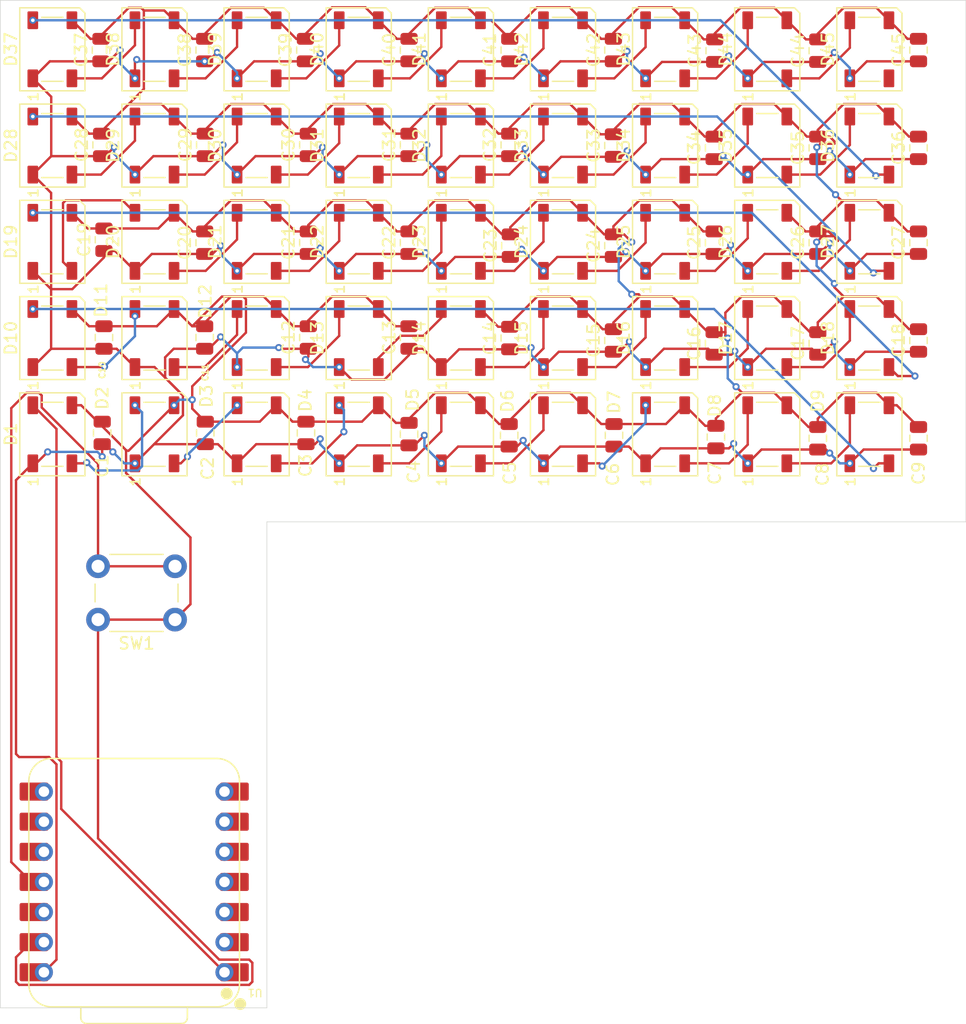
<source format=kicad_pcb>
(kicad_pcb (version 20241229) (generator "pcbnew") (generator_version "9.0")
  (layers (0 "F.Cu" signal) (2 "B.Cu" signal) (13 "F.Paste" user) (15 "B.Paste" user) (5 "F.SilkS" user "F.Silkscreen") (7 "B.SilkS" user "B.Silkscreen") (1 "F.Mask" user) (3 "B.Mask" user) (25 "Edge.Cuts" user))
  (net 0 "")
  (net 1 "GND")
  (net 2 "+5V")
  (net 3 "Net-(D1-DIN)")
  (net 4 "Net-(D1-DOUT)")
  (net 5 "Net-(D2-DOUT)")
  (net 6 "Net-(D3-DOUT)")
  (net 7 "Net-(D4-DOUT)")
  (net 8 "Net-(D5-DOUT)")
  (net 9 "Net-(D7-DOUT)")
  (net 13 "Net-(D15-DOUT)")
  (net 31 "Net-(D8-DOUT)")
  (net 32 "Net-(D6-DOUT)")
  (net 33 "Net-(D10-DOUT)")
  (net 34 "Net-(D10-DIN)")
  (net 35 "Net-(D11-DOUT)")
  (net 36 "Net-(D12-DOUT)")
  (net 37 "Net-(D13-DOUT)")
  (net 38 "Net-(D14-DOUT)")
  (net 39 "Net-(D16-DOUT)")
  (net 40 "Net-(D17-DOUT)")
  (net 41 "Net-(D18-DOUT)")
  (net 42 "Net-(D19-DOUT)")
  (net 43 "Net-(D20-DOUT)")
  (net 44 "Net-(D21-DOUT)")
  (net 45 "Net-(D22-DOUT)")
  (net 46 "Net-(D23-DOUT)")
  (net 47 "Net-(D24-DOUT)")
  (net 48 "Net-(D25-DOUT)")
  (net 49 "Net-(D26-DOUT)")
  (net 50 "Net-(D27-DOUT)")
  (net 51 "Net-(D28-DOUT)")
  (net 52 "Net-(D29-DOUT)")
  (net 53 "Net-(D30-DOUT)")
  (net 54 "Net-(D31-DOUT)")
  (net 55 "Net-(D32-DOUT)")
  (net 56 "Net-(D33-DOUT)")
  (net 57 "Net-(D34-DOUT)")
  (net 58 "Net-(D35-DOUT)")
  (net 59 "Net-(D36-DOUT)")
  (net 60 "Net-(D37-DOUT)")
  (net 61 "Net-(D38-DOUT)")
  (net 62 "Net-(D39-DOUT)")
  (net 63 "Net-(D40-DOUT)")
  (net 64 "Net-(D41-DOUT)")
  (net 65 "Net-(D42-DOUT)")
  (net 66 "Net-(D43-DOUT)")
  (net 67 "Net-(U1-GPIO3{slash}MOSI)")
  (net 68 "Net-(D44-DOUT)")
  (footprint "LED_SMD:LED_WS2812B_PLCC4_5.0x5.0mm_P3.2mm" (layer "F.Cu") (at 99.515 79.135 90)
    (property "Reference" "D38")
    (property "Value" "WS2812B")
  )
  (footprint "LED_SMD:LED_WS2812B_PLCC4_5.0x5.0mm_P3.2mm" (layer "F.Cu") (at 99.515 103.495 90)
    (property "Reference" "D11")
    (property "Value" "WS2812B")
  )
  (footprint "LED_SMD:LED_WS2812B_PLCC4_5.0x5.0mm_P3.2mm" (layer "F.Cu") (at 90.895 87.255 90)
    (property "Reference" "D28")
    (property "Value" "WS2812B")
  )
  (footprint "Capacitor_SMD:C_0805_2012Metric" (layer "F.Cu") (at 129.45 111.7 90)
    (property "Reference" "C5")
    (property "Value" "100nF")
  )
  (footprint "Capacitor_SMD:C_0805_2012Metric" (layer "F.Cu") (at 146.75 95.45 90)
    (property "Reference" "C25")
    (property "Value" "100nF")
  )
  (footprint "LED_SMD:LED_WS2812B_PLCC4_5.0x5.0mm_P3.2mm" (layer "F.Cu") (at 151.235 103.495 90)
    (property "Reference" "D17")
    (property "Value" "WS2812B")
  )
  (footprint "LED_SMD:LED_WS2812B_PLCC4_5.0x5.0mm_P3.2mm" (layer "F.Cu") (at 125.375 103.495 90)
    (property "Reference" "D14")
    (property "Value" "WS2812B")
  )
  (footprint "LED_SMD:LED_WS2812B_PLCC4_5.0x5.0mm_P3.2mm" (layer "F.Cu") (at 99.515 87.255 90)
    (property "Reference" "D29")
    (property "Value" "WS2812B")
  )
  (footprint "LED_SMD:LED_WS2812B_PLCC4_5.0x5.0mm_P3.2mm" (layer "F.Cu") (at 159.855 111.615 90)
    (property "Reference" "D9")
    (property "Value" "WS2812B")
  )
  (footprint "LED_SMD:LED_WS2812B_PLCC4_5.0x5.0mm_P3.2mm" (layer "F.Cu") (at 99.515 95.375 90)
    (property "Reference" "D20")
    (property "Value" "WS2812B")
  )
  (footprint "LED_SMD:LED_WS2812B_PLCC4_5.0x5.0mm_P3.2mm" (layer "F.Cu") (at 133.995 79.135 90)
    (property "Reference" "D42")
    (property "Value" "WS2812B")
  )
  (footprint "LED_SMD:LED_WS2812B_PLCC4_5.0x5.0mm_P3.2mm" (layer "F.Cu") (at 142.615 95.375 90)
    (property "Reference" "D25")
    (property "Value" "WS2812B")
  )
  (footprint "LED_SMD:LED_WS2812B_PLCC4_5.0x5.0mm_P3.2mm" (layer "F.Cu") (at 90.895 79.135 90)
    (property "Reference" "D37")
    (property "Value" "WS2812B")
  )
  (footprint "Button_Switch_THT:SW_PUSH_6mm" (layer "F.Cu") (at 101.25 127.25 180)
    (property "Reference" "SW1")
    (property "Value" "SW_Push")
  )
  (footprint "LED_SMD:LED_WS2812B_PLCC4_5.0x5.0mm_P3.2mm" (layer "F.Cu") (at 108.135 95.375 90)
    (property "Reference" "D21")
    (property "Value" "WS2812B")
  )
  (footprint "Capacitor_SMD:C_0805_2012Metric" (layer "F.Cu") (at 112.5 95.45 90)
    (property "Reference" "C21")
    (property "Value" "100nF")
  )
  (footprint "Capacitor_SMD:C_0805_2012Metric" (layer "F.Cu") (at 103.75 103.45 90)
    (property "Reference" "C11")
    (property "Value" "100nF")
  )
  (footprint "Capacitor_SMD:C_0805_2012Metric" (layer "F.Cu") (at 155.5 111.95 90)
    (property "Reference" "C8")
    (property "Value" "100nF")
  )
  (footprint "Capacitor_SMD:C_0805_2012Metric" (layer "F.Cu") (at 103.75 95.45 90)
    (property "Reference" "C20")
    (property "Value" "100nF")
  )
  (footprint "LED_SMD:LED_WS2812B_PLCC4_5.0x5.0mm_P3.2mm" (layer "F.Cu") (at 125.375 111.615 90)
    (property "Reference" "D5")
    (property "Value" "WS2812B")
  )
  (footprint "Capacitor_SMD:C_0805_2012Metric" (layer "F.Cu") (at 112.5 87.2 90)
    (property "Reference" "C30")
    (property "Value" "100nF")
  )
  (footprint "Capacitor_SMD:C_0805_2012Metric" (layer "F.Cu") (at 146.75 87.45 90)
    (property "Reference" "C34")
    (property "Value" "100nF")
  )
  (footprint "LED_SMD:LED_WS2812B_PLCC4_5.0x5.0mm_P3.2mm" (layer "F.Cu") (at 159.855 95.375 90)
    (property "Reference" "D27")
    (property "Value" "WS2812B")
  )
  (footprint "Capacitor_SMD:C_0805_2012Metric" (layer "F.Cu") (at 112.5 103.45 90)
    (property "Reference" "C12")
    (property "Value" "100nF")
  )
  (footprint "Capacitor_SMD:C_0805_2012Metric" (layer "F.Cu") (at 138.25 95.7 90)
    (property "Reference" "C24")
    (property "Value" "100nF")
  )
  (footprint "LED_SMD:LED_WS2812B_PLCC4_5.0x5.0mm_P3.2mm" (layer "F.Cu") (at 108.135 103.495 90)
    (property "Reference" "D12")
    (property "Value" "WS2812B")
  )
  (footprint "Capacitor_SMD:C_0805_2012Metric" (layer "F.Cu") (at 121 111.6 90)
    (property "Reference" "C4")
    (property "Value" "100nF")
  )
  (footprint "Capacitor_SMD:C_0805_2012Metric" (layer "F.Cu") (at 164 95.45 90)
    (property "Reference" "C27")
    (property "Value" "100nF")
  )
  (footprint "Capacitor_SMD:C_0805_2012Metric" (layer "F.Cu") (at 138.25 79.2 90)
    (property "Reference" "C42")
    (property "Value" "100nF")
  )
  (footprint "Capacitor_SMD:C_0805_2012Metric" (layer "F.Cu") (at 103.8 111.5 90)
    (property "Reference" "C2")
    (property "Value" "100nF")
  )
  (footprint "Capacitor_SMD:C_0805_2012Metric" (layer "F.Cu") (at 155.5 87.45 90)
    (property "Reference" "C35")
    (property "Value" "100nF")
  )
  (footprint "Capacitor_SMD:C_0805_2012Metric" (layer "F.Cu") (at 155.5 95.45 90)
    (property "Reference" "C26")
    (property "Value" "100nF")
  )
  (footprint "Capacitor_SMD:C_0805_2012Metric" (layer "F.Cu") (at 121 103.45 90)
    (property "Reference" "C13")
    (property "Value" "100nF")
  )
  (footprint "LED_SMD:LED_WS2812B_PLCC4_5.0x5.0mm_P3.2mm" (layer "F.Cu") (at 125.375 79.135 90)
    (property "Reference" "D41")
    (property "Value" "WS2812B")
  )
  (footprint "Capacitor_SMD:C_0805_2012Metric" (layer "F.Cu") (at 121 95.45 90)
    (property "Reference" "C22")
    (property "Value" "100nF")
  )
  (footprint "Capacitor_SMD:C_0805_2012Metric" (layer "F.Cu") (at 112.25 79.2 90)
    (property "Reference" "C39")
    (property "Value" "100nF")
  )
  (footprint "Capacitor_SMD:C_0805_2012Metric" (layer "F.Cu") (at 95.05 87.2 90)
    (property "Reference" "C28")
    (property "Value" "100nF")
  )
  (footprint "LED_SMD:LED_WS2812B_PLCC4_5.0x5.0mm_P3.2mm" (layer "F.Cu") (at 151.235 95.375 90)
    (property "Reference" "D26")
    (property "Value" "WS2812B")
  )
  (footprint "Capacitor_SMD:C_0805_2012Metric" (layer "F.Cu") (at 146.8 79.25 90)
    (property "Reference" "C43")
    (property "Value" "100nF")
  )
  (footprint "Capacitor_SMD:C_0805_2012Metric" (layer "F.Cu") (at 95.25 95.2 90)
    (property "Reference" "C19")
    (property "Value" "100nF")
  )
  (footprint "LED_SMD:LED_WS2812B_PLCC4_5.0x5.0mm_P3.2mm" (layer "F.Cu") (at 90.895 95.375 90)
    (property "Reference" "D19")
    (property "Value" "WS2812B")
  )
  (footprint "LED_SMD:LED_WS2812B_PLCC4_5.0x5.0mm_P3.2mm" (layer "F.Cu") (at 142.615 79.135 90)
    (property "Reference" "D43")
    (property "Value" "WS2812B")
  )
  (footprint "LED_SMD:LED_WS2812B_PLCC4_5.0x5.0mm_P3.2mm" (layer "F.Cu") (at 116.755 87.255 90)
    (property "Reference" "D31")
    (property "Value" "WS2812B")
  )
  (footprint "Capacitor_SMD:C_0805_2012Metric" (layer "F.Cu") (at 164 79.2 90)
    (property "Reference" "C45")
    (property "Value" "100nF")
  )
  (footprint "OPL:XIAO-RP2040-DIP" (layer "F.Cu") (at 97.8 149.38 180)
    (property "Reference" "U1")
    (property "Value" "XIAO-RP2040-DIP")
  )
  (footprint "Capacitor_SMD:C_0805_2012Metric" (layer "F.Cu") (at 146.9 111.85 90)
    (property "Reference" "C7")
    (property "Value" "100nF")
  )
  (footprint "LED_SMD:LED_WS2812B_PLCC4_5.0x5.0mm_P3.2mm" (layer "F.Cu") (at 142.615 111.615 90)
    (property "Reference" "D7")
    (property "Value" "WS2812B")
  )
  (footprint "Capacitor_SMD:C_0805_2012Metric" (layer "F.Cu") (at 112.3 111.5 90)
    (property "Reference" "C3")
    (property "Value" "100nF")
  )
  (footprint "Capacitor_SMD:C_0805_2012Metric" (layer "F.Cu") (at 95.1 111.5 90)
    (property "Reference" "C1")
    (property "Value" "100nF")
  )
  (footprint "Capacitor_SMD:C_0805_2012Metric" (layer "F.Cu") (at 103.75 79.2 90)
    (property "Reference" "C38")
    (property "Value" "100nF")
  )
  (footprint "LED_SMD:LED_WS2812B_PLCC4_5.0x5.0mm_P3.2mm" (layer "F.Cu") (at 133.995 111.615 90)
    (property "Reference" "D6")
    (property "Value" "WS2812B")
  )
  (footprint "Capacitor_SMD:C_0805_2012Metric" (layer "F.Cu") (at 138.25 87.255 90)
    (property "Reference" "C33")
    (property "Value" "100nF")
  )
  (footprint "LED_SMD:LED_WS2812B_PLCC4_5.0x5.0mm_P3.2mm" (layer "F.Cu") (at 125.375 95.375 90)
    (property "Reference" "D23")
    (property "Value" "WS2812B")
  )
  (footprint "LED_SMD:LED_WS2812B_PLCC4_5.0x5.0mm_P3.2mm" (layer "F.Cu") (at 125.375 87.255 90)
    (property "Reference" "D32")
    (property "Value" "WS2812B")
  )
  (footprint "LED_SMD:LED_WS2812B_PLCC4_5.0x5.0mm_P3.2mm" (layer "F.Cu") (at 159.855 79.135 90)
    (property "Reference" "D45")
    (property "Value" "WS2812B")
  )
  (footprint "Capacitor_SMD:C_0805_2012Metric" (layer "F.Cu") (at 129.55 95.7 90)
    (property "Reference" "C23")
    (property "Value" "100nF")
  )
  (footprint "LED_SMD:LED_WS2812B_PLCC4_5.0x5.0mm_P3.2mm" (layer "F.Cu") (at 151.235 111.615 90)
    (property "Reference" "D8")
    (property "Value" "WS2812B")
  )
  (footprint "LED_SMD:LED_WS2812B_PLCC4_5.0x5.0mm_P3.2mm" (layer "F.Cu") (at 159.855 103.495 90)
    (property "Reference" "D18")
    (property "Value" "WS2812B")
  )
  (footprint "Capacitor_SMD:C_0805_2012Metric" (layer "F.Cu") (at 129.5 103.495 90)
    (property "Reference" "C14")
    (property "Value" "100nF")
  )
  (footprint "Capacitor_SMD:C_0805_2012Metric" (layer "F.Cu") (at 138.3 111.7 90)
    (property "Reference" "C6")
    (property "Value" "100nF")
  )
  (footprint "LED_SMD:LED_WS2812B_PLCC4_5.0x5.0mm_P3.2mm" (layer "F.Cu") (at 133.995 87.255 90)
    (property "Reference" "D33")
    (property "Value" "WS2812B")
  )
  (footprint "Capacitor_SMD:C_0805_2012Metric" (layer "F.Cu") (at 146.75 103.95 90)
    (property "Reference" "C16")
    (property "Value" "100nF")
  )
  (footprint "Capacitor_SMD:C_0805_2012Metric" (layer "F.Cu") (at 129.5 79.2 90)
    (property "Reference" "C41")
    (property "Value" "100nF")
  )
  (footprint "LED_SMD:LED_WS2812B_PLCC4_5.0x5.0mm_P3.2mm" (layer "F.Cu") (at 108.135 111.615 90)
    (property "Reference" "D3")
    (property "Value" "WS2812B")
  )
  (footprint "LED_SMD:LED_WS2812B_PLCC4_5.0x5.0mm_P3.2mm" (layer "F.Cu") (at 108.135 87.255 90)
    (property "Reference" "D30")
    (property "Value" "WS2812B")
  )
  (footprint "LED_SMD:LED_WS2812B_PLCC4_5.0x5.0mm_P3.2mm" (layer "F.Cu") (at 133.995 95.375 90)
    (property "Reference" "D24")
    (property "Value" "WS2812B")
  )
  (footprint "LED_SMD:LED_WS2812B_PLCC4_5.0x5.0mm_P3.2mm" (layer "F.Cu") (at 142.615 103.495 90)
    (property "Reference" "D16")
    (property "Value" "WS2812B")
  )
  (footprint "Capacitor_SMD:C_0805_2012Metric" (layer "F.Cu") (at 155.5 103.95 90)
    (property "Reference" "C17")
    (property "Value" "100nF")
  )
  (footprint "LED_SMD:LED_WS2812B_PLCC4_5.0x5.0mm_P3.2mm" (layer "F.Cu") (at 90.895 111.615 90)
    (property "Reference" "D1")
    (property "Value" "WS2812B")
  )
  (footprint "LED_SMD:LED_WS2812B_PLCC4_5.0x5.0mm_P3.2mm" (layer "F.Cu") (at 116.755 79.135 90)
    (property "Reference" "D40")
    (property "Value" "WS2812B")
  )
  (footprint "LED_SMD:LED_WS2812B_PLCC4_5.0x5.0mm_P3.2mm" (layer "F.Cu") (at 99.515 111.615 90)
    (property "Reference" "D2")
    (property "Value" "WS2812B")
  )
  (footprint "LED_SMD:LED_WS2812B_PLCC4_5.0x5.0mm_P3.2mm" (layer "F.Cu") (at 108.135 79.135 90)
    (property "Reference" "D39")
    (property "Value" "WS2812B")
  )
  (footprint "LED_SMD:LED_WS2812B_PLCC4_5.0x5.0mm_P3.2mm" (layer "F.Cu") (at 151.235 79.135 90)
    (property "Reference" "D44")
    (property "Value" "WS2812B")
  )
  (footprint "Capacitor_SMD:C_0805_2012Metric" (layer "F.Cu") (at 129.5 87.2 90)
    (property "Reference" "C32")
    (property "Value" "100nF")
  )
  (footprint "LED_SMD:LED_WS2812B_PLCC4_5.0x5.0mm_P3.2mm" (layer "F.Cu") (at 116.755 95.375 90)
    (property "Reference" "D22")
    (property "Value" "WS2812B")
  )
  (footprint "LED_SMD:LED_WS2812B_PLCC4_5.0x5.0mm_P3.2mm" (layer "F.Cu") (at 159.855 87.255 90)
    (property "Reference" "D36")
    (property "Value" "WS2812B")
  )
  (footprint "LED_SMD:LED_WS2812B_PLCC4_5.0x5.0mm_P3.2mm" (layer "F.Cu") (at 142.615 87.255 90)
    (property "Reference" "D34")
    (property "Value" "WS2812B")
  )
  (footprint "Capacitor_SMD:C_0805_2012Metric" (layer "F.Cu") (at 103.8 87.2 90)
    (property "Reference" "C29")
    (property "Value" "100nF")
  )
  (footprint "Capacitor_SMD:C_0805_2012Metric" (layer "F.Cu") (at 121 87.2 90)
    (property "Reference" "C31")
    (property "Value" "100nF")
  )
  (footprint "Capacitor_SMD:C_0805_2012Metric" (layer "F.Cu") (at 164 87.45 90)
    (property "Reference" "C36")
    (property "Value" "100nF")
  )
  (footprint "Capacitor_SMD:C_0805_2012Metric" (layer "F.Cu") (at 164 103.7 90)
    (property "Reference" "C18")
    (property "Value" "100nF")
  )
  (footprint "Capacitor_SMD:C_0805_2012Metric" (layer "F.Cu") (at 121 79.2 90)
    (property "Reference" "C40")
    (property "Value" "100nF")
  )
  (footprint "Capacitor_SMD:C_0805_2012Metric" (layer "F.Cu") (at 164 111.95 90)
    (property "Reference" "C9")
    (property "Value" "100nF")
  )
  (footprint "LED_SMD:LED_WS2812B_PLCC4_5.0x5.0mm_P3.2mm" (layer "F.Cu") (at 90.895 103.495 90)
    (property "Reference" "D10")
    (property "Value" "WS2812B")
  )
  (footprint "LED_SMD:LED_WS2812B_PLCC4_5.0x5.0mm_P3.2mm" (layer "F.Cu") (at 133.995 103.495 90)
    (property "Reference" "D15")
    (property "Value" "WS2812B")
  )
  (footprint "Capacitor_SMD:C_0805_2012Metric" (layer "F.Cu") (at 95.25 103.45 90)
    (property "Reference" "C10")
    (property "Value" "100nF")
  )
  (footprint "LED_SMD:LED_WS2812B_PLCC4_5.0x5.0mm_P3.2mm" (layer "F.Cu") (at 116.755 111.615 90)
    (property "Reference" "D4")
    (property "Value" "WS2812B")
  )
  (footprint "Capacitor_SMD:C_0805_2012Metric" (layer "F.Cu") (at 138.25 103.7 90)
    (property "Reference" "C15")
    (property "Value" "100nF")
  )
  (footprint "Capacitor_SMD:C_0805_2012Metric" (layer "F.Cu") (at 95 79.2 90)
    (property "Reference" "C37")
    (property "Value" "100nF")
  )
  (footprint "Capacitor_SMD:C_0805_2012Metric" (layer "F.Cu") (at 155.5 79.25 90)
    (property "Reference" "C44")
    (property "Value" "100nF")
  )
  (footprint "LED_SMD:LED_WS2812B_PLCC4_5.0x5.0mm_P3.2mm" (layer "F.Cu") (at 151.235 87.255 90)
    (property "Reference" "D35")
    (property "Value" "WS2812B")
  )
  (footprint "LED_SMD:LED_WS2812B_PLCC4_5.0x5.0mm_P3.2mm" (layer "F.Cu") (at 116.755 103.495 90)
    (property "Reference" "D13")
    (property "Value" "WS2812B")
  )
  (gr_line (start 86.5 160) (end 87 160) (stroke (width 0.05)) (layer "Edge.Cuts"))
  (gr_line (start 168 75) (end 168 119) (stroke (width 0.05)) (layer "Edge.Cuts"))
  (gr_line (start 86.5 75) (end 86.5 160) (stroke (width 0.05)) (layer "Edge.Cuts"))
  (gr_line (start 109 160) (end 109 119) (stroke (width 0.05)) (layer "Edge.Cuts"))
  (gr_line (start 87 75) (end 168 75) (stroke (width 0.05)) (layer "Edge.Cuts"))
  (gr_line (start 87 160) (end 109 160) (stroke (width 0.05)) (layer "Edge.Cuts"))
  (gr_line (start 86.5 75) (end 87 75) (stroke (width 0.05)) (layer "Edge.Cuts"))
  (gr_line (start 109 119) (end 168 119) (stroke (width 0.05)) (layer "Edge.Cuts"))
  (segment (start 103.8 85.914548) (end 105.960548 83.754) (width 0.2) (layer "F.Cu") (net 1))
  (segment (start 95.05 86.25) (end 95.05 86.044548) (width 0.2) (layer "F.Cu") (net 1))
  (segment (start 97.340548 83.754) (end 100.114 83.754) (width 0.2) (layer "F.Cu") (net 1))
  (segment (start 149.060548 99.994) (end 151.834 99.994) (width 0.2) (layer "F.Cu") (net 1))
  (segment (start 97.114 112.95284) (end 93.32616 109.165) (width 0.2) (layer "F.Cu") (net 1))
  (segment (start 100.114 83.754) (end 101.165 84.805) (width 0.2) (layer "F.Cu") (net 1))
  (segment (start 108.734 75.634) (end 109.785 76.685) (width 0.2) (layer "F.Cu") (net 1))
  (segment (start 103.75 94.5) (end 103.75 94.084548) (width 0.2) (layer "F.Cu") (net 1))
  (segment (start 94.75 127.25) (end 101.25 127.25) (width 0.2) (layer "F.Cu") (net 1))
  (segment (start 146.8 78.3) (end 146.8 77.8) (width 0.2) (layer "F.Cu") (net 1))
  (segment (start 103.75 77.844548) (end 105.960548 75.634) (width 0.2) (layer "F.Cu") (net 1))
  (segment (start 121 85.954548) (end 123.200548 83.754) (width 0.2) (layer "F.Cu") (net 1))
  (segment (start 161.505 101.045) (end 163.21 102.75) (width 0.2) (layer "F.Cu") (net 1))
  (segment (start 146.75 86.5) (end 146.75 86.064548) (width 0.2) (layer "F.Cu") (net 1))
  (segment (start 155.5 86.5) (end 155.5 85.934548) (width 0.2) (layer "F.Cu") (net 1))
  (segment (start 139.8 99.8) (end 140.381096 99.8) (width 0.2) (layer "F.Cu") (net 1))
  (segment (start 118.405 101.045) (end 119.86 102.5) (width 0.2) (layer "F.Cu") (net 1))
  (segment (start 123.200548 108.114) (end 125.974 108.114) (width 0.2) (layer "F.Cu") (net 1))
  (segment (start 157.680548 99.994) (end 160.454 99.994) (width 0.2) (layer "F.Cu") (net 1))
  (segment (start 97.114 113) (end 97.114 112.95284) (width 0.2) (layer "F.Cu") (net 1))
  (segment (start 107.510626 155.937) (end 107.772 156.198374) (width 0.2) (layer "F.Cu") (net 1))
  (segment (start 144.265 101.045) (end 146.22 103) (width 0.2) (layer "F.Cu") (net 1))
  (segment (start 111.48 78.25) (end 112.25 78.25) (width 0.2) (layer "F.Cu") (net 1))
  (segment (start 163.2 86.5) (end 164 86.5) (width 0.2) (layer "F.Cu") (net 1))
  (segment (start 101.165 76.685) (end 100.340548 75.860548) (width 0.2) (layer "F.Cu") (net 1))
  (segment (start 151.834 83.754) (end 152.885 84.805) (width 0.2) (layer "F.Cu") (net 1))
  (segment (start 101.165 92.925) (end 102.74 94.5) (width 0.2) (layer "F.Cu") (net 1))
  (segment (start 147.7 103.3) (end 147.9 103.5) (width 0.2) (layer "F.Cu") (net 1))
  (segment (start 98.616 75.860548) (end 98.616 82.478548) (width 0.2) (layer "F.Cu") (net 1))
  (segment (start 163.21 102.75) (end 164 102.75) (width 0.2) (layer "F.Cu") (net 1))
  (segment (start 99.84 94.25) (end 101.165 92.925) (width 0.2) (layer "F.Cu") (net 1))
  (segment (start 142.68 110.75) (end 144.265 109.165) (width 0.2) (layer "F.Cu") (net 1))
  (segment (start 151.834 75.634) (end 152.885 76.685) (width 0.2) (layer "F.Cu") (net 1))
  (segment (start 138.25 94.064548) (end 140.440548 91.874) (width 0.2) (layer "F.Cu") (net 1))
  (segment (start 162.165 109.165) (end 164 111) (width 0.2) (layer "F.Cu") (net 1))
  (segment (start 109.805 84.805) (end 111.25 86.25) (width 0.2) (layer "F.Cu") (net 1))
  (segment (start 138.3 110.75) (end 142.68 110.75) (width 0.2) (layer "F.Cu") (net 1))
  (segment (start 161.505 76.685) (end 163.07 78.25) (width 0.2) (layer "F.Cu") (net 1))
  (segment (start 112.5 86.25) (end 112.5 85.834548) (width 0.2) (layer "F.Cu") (net 1))
  (segment (start 94.75 145.70731) (end 104.97969 155.937) (width 0.2) (layer "F.Cu") (net 1))
  (segment (start 129.5 77.901) (end 131.801 75.6) (width 0.2) (layer "F.Cu") (net 1))
  (segment (start 154.58 86.5) (end 155.5 86.5) (width 0.2) (layer "F.Cu") (net 1))
  (segment (start 97.33 113) (end 101.165 109.165) (width 0.2) (layer "F.Cu") (net 1))
  (segment (start 134.594 99.994) (end 135.645 101.045) (width 0.2) (layer "F.Cu") (net 1))
  (segment (start 117.354 91.874) (end 118.405 92.925) (width 0.2) (layer "F.Cu") (net 1))
  (segment (start 156.5 86.5) (end 156.9 86.9) (width 0.2) (layer "F.Cu") (net 1))
  (segment (start 157 91.4) (end 157.474 91.874) (width 0.2) (layer "F.Cu") (net 1))
  (segment (start 112.5 94.5) (end 112.5 93.954548) (width 0.2) (layer "F.Cu") (net 1))
  (segment (start 127.025 92.925) (end 128.85 94.75) (width 0.2) (layer "F.Cu") (net 1))
  (segment (start 121 78.25) (end 121 77.834548) (width 0.2) (layer "F.Cu") (net 1))
  (segment (start 94.75 127.25) (end 94.75 145.70731) (width 0.2) (layer "F.Cu") (net 1))
  (segment (start 134.56 75.6) (end 135.645 76.685) (width 0.2) (layer "F.Cu") (net 1))
  (segment (start 102.73 78.25) (end 103.75 78.25) (width 0.2) (layer "F.Cu") (net 1))
  (segment (start 127.025 109.165) (end 128.61 110.75) (width 0.2) (layer "F.Cu") (net 1))
  (segment (start 102.551 125.949) (end 102.551 120.326452) (width 0.2) (layer "F.Cu") (net 1))
  (segment (start 161.505 92.925) (end 163.08 94.5) (width 0.2) (layer "F.Cu") (net 1))
  (segment (start 123.200548 75.634) (end 125.974 75.634) (width 0.2) (layer "F.Cu") (net 1))
  (segment (start 93.87 94.25) (end 95.25 94.25) (width 0.2) (layer "F.Cu") (net 1))
  (segment (start 138.25 78.25) (end 138.25 77.75) (width 0.2) (layer "F.Cu") (net 1))
  (segment (start 127.025 76.685) (end 127.935 76.685) (width 0.2) (layer "F.Cu") (net 1))
  (segment (start 119.85 86.25) (end 121 86.25) (width 0.2) (layer "F.Cu") (net 1))
  (segment (start 155.5 94.054548) (end 157.680548 91.874) (width 0.2) (layer "F.Cu") (net 1))
  (segment (start 146.22 103) (end 146.75 103) (width 0.2) (layer "F.Cu") (net 1))
  (segment (start 140.399 75.601) (end 143.181 75.601) (width 0.2) (layer "F.Cu") (net 1))
  (segment (start 125.974 108.114) (end 127.025 109.165) (width 0.2) (layer "F.Cu") (net 1))
  (segment (start 160.454 91.874) (end 161.505 92.925) (width 0.2) (layer "F.Cu") (net 1))
  (segment (start 114.580548 91.874) (end 117.354 91.874) (width 0.2) (layer "F.Cu") (net 1))
  (segment (start 128.55 86.25) (end 129.5 86.25) (width 0.2) (layer "F.Cu") (net 1))
  (segment (start 154.46 94.5) (end 155.5 94.5) (width 0.2) (layer "F.Cu") (net 1))
  (segment (start 107.510626 158.063) (end 88.089374 158.063) (width 0.2) (layer "F.Cu") (net 1))
  (segment (start 135.645 92.925) (end 137.47 94.75) (width 0.2) (layer "F.Cu") (net 1))
  (segment (start 94 102.5) (end 95.25 102.5) (width 0.2) (layer "F.Cu") (net 1))
  (segment (start 101.245 101.045) (end 102.7 102.5) (width 0.2) (layer "F.Cu") (net 1))
  (segment (start 105.960548 91.874) (end 108.734 91.874) (width 0.2) (layer "F.Cu") (net 1))
  (segment (start 105.960548 99.994) (end 108.734 99.994) (width 0.2) (layer "F.Cu") (net 1))
  (segment (start 160.454 75.634) (end 161.505 76.685) (width 0.2) (layer "F.Cu") (net 1))
  (segment (start 131.820548 91.874) (end 134.594 91.874) (width 0.2) (layer "F.Cu") (net 1))
  (segment (start 119.98 94.5) (end 121 94.5) (width 0.2) (layer "F.Cu") (net 1))
  (segment (start 138.25 94.75) (end 138.25 94.064548) (width 0.2) (layer "F.Cu") (net 1))
  (segment (start 137.21 78.25) (end 138.25 78.25) (width 0.2) (layer "F.Cu") (net 1))
  (segment (start 157.680548 83.754) (end 160.454 83.754) (width 0.2) (layer "F.Cu") (net 1))
  (segment (start 143.181 75.601) (end 144.265 76.685) (width 0.2) (layer "F.Cu") (net 1))
  (segment (start 100.340548 75.860548) (end 98.616 75.860548) (width 0.2) (layer "F.Cu") (net 1))
  (segment (start 118.405 84.805) (end 119.85 86.25) (width 0.2) (layer "F.Cu") (net 1))
  (segment (start 101.165 76.685) (end 102.73 78.25) (width 0.2) (layer "F.Cu") (net 1))
  (segment (start 155.5 86.5) (end 156.5 86.5) (width 0.2) (layer "F.Cu") (net 1))
  (segment (start 156.4 94.5) (end 157.2 95.3) (width 0.2) (layer "F.Cu") (net 1))
  (segment (start 121 94.074548) (end 123.200548 91.874) (width 0.2) (layer "F.Cu") (net 1))
  (segment (start 155.5 111) (end 155.5 110.294548) (width 0.2) (layer "F.Cu") (net 1))
  (segment (start 101.165 84.805) (end 102.61 86.25) (width 0.2) (layer "F.Cu") (net 1))
  (segment (start 129.55 94.75) (end 129.55 94.144548) (width 0.2) (layer "F.Cu") (net 1))
  (segment (start 118.405 92.925) (end 119.98 94.5) (width 0.2) (layer "F.Cu") (net 1))
  (segment (start 160.454 108.114) (end 161.505 109.165) (width 0.2) (layer "F.Cu") (net 1))
  (segment (start 117.32 75.6) (end 118.405 76.685) (width 0.2) (layer "F.Cu") (net 1))
  (segment (start 92.545 84.805) (end 93.99 86.25) (width 0.2) (layer "F.Cu") (net 1))
  (segment (start 146.75 86.064548) (end 149.060548 83.754) (width 0.2) (layer "F.Cu") (net 1))
  (segment (start 146.75 103) (end 147.7 103) (width 0.2) (layer "F.Cu") (net 1))
  (segment (start 105.206 99.994) (end 102.7 102.5) (width 0.2) (layer "F.Cu") (net 1))
  (segment (start 138.25 86.305) (end 138.25 85.944548) (width 0.2) (layer "F.Cu") (net 1))
  (segment (start 102.7 102.5) (end 103.75 102.5) (width 0.2) (layer "F.Cu") (net 1))
  (segment (start 163.07 78.25) (end 164 78.25) (width 0.2) (layer "F.Cu") (net 1))
  (segment (start 125.974 83.754) (end 127.025 84.805) (width 0.2) (layer "F.Cu") (net 1))
  (segment (start 161.505 109.165) (end 162.165 109.165) (width 0.2) (layer "F.Cu") (net 1))
  (segment (start 95.25 102.5) (end 99.71 102.5) (width 0.2) (layer "F.Cu") (net 1))
  (segment (start 103.75 78.25) (end 103.75 77.844548) (width 0.2) (layer "F.Cu") (net 1))
  (segment (start 129.5 102.545) (end 129.5 102.314548) (width 0.2) (layer "F.Cu") (net 1))
  (segment (start 109.825 92.925) (end 111.4 94.5) (width 0.2) (layer "F.Cu") (net 1))
  (segment (start 145.84 94.5) (end 146.75 94.5) (width 0.2) (layer "F.Cu") (net 1))
  (segment (start 117.354 99.994) (end 118.405 101.045) (width 0.2) (layer "F.Cu") (net 1))
  (segment (start 92.545 101.045) (end 94 102.5) (width 0.2) (layer "F.Cu") (net 1))
  (segment (start 144.265 76.685) (end 145.88 78.3) (width 0.2) (layer "F.Cu") (net 1))
  (segment (start 146 110.9) (end 146.9 110.9) (width 0.2) (layer "F.Cu") (net 1))
  (segment (start 109.785 109.165) (end 111.17 110.55) (width 0.2) (layer "F.Cu") (net 1))
  (segment (start 149.060548 108.114) (end 151.834 108.114) (width 0.2) (layer "F.Cu") (net 1))
  (segment (start 146.9 110.9) (end 146.9 110.274548) (width 0.2) (layer "F.Cu") (net 1))
  (segment (start 145.96 86.5) (end 146.75 86.5) (width 0.2) (layer "F.Cu") (net 1))
  (segment (start 131.496 83.754) (end 134.594 83.754) (width 0.2) (layer "F.Cu") (net 1))
  (segment (start 134.594 108.114) (end 135.645 109.165) (width 0.2) (layer "F.Cu") (net 1))
  (segment (start 160.454 83.754) (end 161.505 84.805) (width 0.2) (layer "F.Cu") (net 1))
  (segment (start 102.551 120.326452) (end 97.114 114.889452) (width 0.2) (layer "F.Cu") (net 1))
  (segment (start 95.25 94.25) (end 99.84 94.25) (width 0.2) (layer "F.Cu") (net 1))
  (segment (start 119.89 110.65) (end 121 110.65) (width 0.2) (layer "F.Cu") (net 1))
  (segment (start 105.960548 83.754) (end 108.734 83.754) (width 0.2) (layer "F.Cu") (net 1))
  (segment (start 155.5 110.294548) (end 157.680548 108.114) (width 0.2) (layer "F.Cu") (net 1))
  (segment (start 109.915 76.685) (end 111.48 78.25) (width 0.2) (layer "F.Cu") (net 1))
  (segment (start 103.75 102.5) (end 103.75 102.204548) (width 0.2) (layer "F.Cu") (net 1))
  (segment (start 148.6 107.6) (end 149.060548 108.060548) (width 0.2) (layer "F.Cu") (net 1))
  (segment (start 155.5 102.174548) (end 157.680548 99.994) (width 0.2) (layer "F.Cu") (net 1))
  (segment (start 128.61 110.75) (end 129.45 110.75) (width 0.2) (layer "F.Cu") (net 1))
  (segment (start 129.5 86.25) (end 129.5 85.75) (width 0.2) (layer "F.Cu") (net 1))
  (segment (start 145.88 78.3) (end 146.8 78.3) (width 0.2) (layer "F.Cu") (net 1))
  (segment (start 95 77.974548) (end 97.340548 75.634) (width 0.2) (layer "F.Cu") (net 1))
  (segment (start 146.9 110.274548) (end 149.060548 108.114) (width 0.2) (layer "F.Cu") (net 1))
  (segment (start 97.114 113) (end 97.33 113) (width 0.2) (layer "F.Cu") (net 1))
  (segment (start 105.960548 75.634) (end 108.734 75.634) (width 0.2) (layer "F.Cu") (net 1))
  (segment (start 94.11 78.25) (end 95 78.25) (width 0.2) (layer "F.Cu") (net 1))
  (segment (start 108.734 83.754) (end 109.785 84.805) (width 0.2) (layer "F.Cu") (net 1))
  (segment (start 156.9 87.1) (end 155.719207 87.1) (width 0.2) (layer "F.Cu") (net 1))
  (segment (start 149.060548 108.060548) (end 149.060548 108.114) (width 0.2) (layer "F.Cu") (net 1))
  (segment (start 154.5 78.3) (end 155.5 78.3) (width 0.2) (layer "F.Cu") (net 1))
  (segment (start 138.25 94.75) (end 139.15 94.75) (width 0.2) (layer "F.Cu") (net 1))
  (segment (start 93.32616 109.165) (end 92.545 109.165) (width 0.2) (layer "F.Cu") (net 1))
  (segment (start 107.772 157.801626) (end 107.510626 158.063) (width 0.2) (layer "F.Cu") (net 1))
  (segment (start 103.75 102.204548) (end 105.960548 99.994) (width 0.2) (layer "F.Cu") (net 1))
  (segment (start 157.680548 75.634) (end 160.454 75.634) (width 0.2) (layer "F.Cu") (net 1))
  (segment (start 143.214 83.754) (end 144.265 84.805) (width 0.2) (layer "F.Cu") (net 1))
  (segment (start 129.45 110.75) (end 129.45 110.484548) (width 0.2) (layer "F.Cu") (net 1))
  (segment (start 103.8 110.55) (end 108.4 110.55) (width 0.2) (layer "F.Cu") (net 1))
  (segment (start 157.680548 108.114) (end 160.454 108.114) (width 0.2) (layer "F.Cu") (net 1))
  (segment (start 112.3 110.55) (end 117.02 110.55) (width 0.2) (layer "F.Cu") (net 1))
  (segment (start 129.55 94.144548) (end 131.820548 91.874) (width 0.2) (layer "F.Cu") (net 1))
  (segment (start 118.405 109.165) (end 119.89 110.65) (width 0.2) (layer "F.Cu") (net 1))
  (segment (start 155.5 103) (end 155.5 102.174548) (width 0.2) (layer "F.Cu") (net 1))
  (segment (start 125.974 91.874) (end 127.025 92.925) (width 0.2) (layer "F.Cu") (net 1))
  (segment (start 131.820548 108.114) (end 134.594 108.114) (width 0.2) (layer "F.Cu") (net 1))
  (segment (start 127.025 101.045) (end 128.525 102.545) (width 0.2) (layer "F.Cu") (net 1))
  (segment (start 107.009452 99.994) (end 105.206 99.994) (width 0.2) (layer "F.Cu") (net 1))
  (segment (start 108.734 91.874) (end 109.785 92.925) (width 0.2) (layer "F.Cu") (net 1))
  (segment (start 95.05 86.044548) (end 97.340548 83.754) (width 0.2) (layer "F.Cu") (net 1))
  (segment (start 123.200548 83.754) (end 125.974 83.754) (width 0.2) (layer "F.Cu") (net 1))
  (segment (start 134.594 91.874) (end 135.645 92.925) (width 0.2) (layer "F.Cu") (net 1))
  (segment (start 138.25 102.184548) (end 140.440548 99.994) (width 0.2) (layer "F.Cu") (net 1))
  (segment (start 112.25 78.25) (end 112.25 77.851) (width 0.2) (layer "F.Cu") (net 1))
  (segment (start 156.9 98.9) (end 156.9 99.213452) (width 0.2) (layer "F.Cu") (net 1))
  (segment (start 99.71 102.5) (end 101.165 101.045) (width 0.2) (layer "F.Cu") (net 1))
  (segment (start 154.72 111) (end 155.5 111) (width 0.2) (layer "F.Cu") (net 1))
  (segment (start 102.74 94.5) (end 103.75 94.5) (width 0.2) (layer "F.Cu") (net 1))
  (segment (start 137.47 94.75) (end 138.25 94.75) (width 0.2) (layer "F.Cu") (net 1))
  (segment (start 121 77.834548) (end 123.200548 75.634) (width 0.2) (layer "F.Cu") (net 1))
  (segment (start 109.785 84.805) (end 109.805 84.805) (width 0.2) (layer "F.Cu") (net 1))
  (segment (start 143.214 91.874) (end 144.265 92.925) (width 0.2) (layer "F.Cu") (net 1))
  (segment (start 137.35 102.75) (end 138.25 102.75) (width 0.2) (layer "F.Cu") (net 1))
  (segment (start 157.2 95.3) (end 156.799 94.899) (width 0.2) (layer "F.Cu") (net 1))
  (segment (start 140.440548 91.874) (end 143.214 91.874) (width 0.2) (layer "F.Cu") (net 1))
  (segment (start 144.265 92.925) (end 145.84 94.5) (width 0.2) (layer "F.Cu") (net 1))
  (segment (start 121 94.5) (end 121 94.074548) (width 0.2) (layer "F.Cu") (net 1))
  (segment (start 111.24 102.5) (end 112.5 102.5) (width 0.2) (layer "F.Cu") (net 1))
  (segment (start 163.08 94.5) (end 164 94.5) (width 0.2) (layer "F.Cu") (net 1))
  (segment (start 92.545 76.685) (end 94.11 78.25) (width 0.2) (layer "F.Cu") (net 1))
  (segment (start 155.719207 87.1) (end 155.419207 87.4) (width 0.2) (layer "F.Cu") (net 1))
  (segment (start 95 78.25) (end 95 77.974548) (width 0.2) (layer "F.Cu") (net 1))
  (segment (start 140.381096 99.8) (end 140.440548 99.859452) (width 0.2) (layer "F.Cu") (net 1))
  (segment (start 135.645 101.045) (end 137.35 102.75) (width 0.2) (layer "F.Cu") (net 1))
  (segment (start 155.5 77.814548) (end 157.680548 75.634) (width 0.2) (layer "F.Cu") (net 1))
  (segment (start 107.772 156.198374) (end 107.772 157.801626) (width 0.2) (layer "F.Cu") (net 1))
  (segment (start 134.594 83.754) (end 135.645 84.805) (width 0.2) (layer "F.Cu") (net 1))
  (segment (start 111.17 110.55) (end 112.3 110.55) (width 0.2) (layer "F.Cu") (net 1))
  (segment (start 161.505 84.805) (end 163.2 86.5) (width 0.2) (layer "F.Cu") (net 1))
  (segment (start 125.974 75.634) (end 127.025 76.685) (width 0.2) (layer "F.Cu") (net 1))
  (segment (start 112.5 102) (end 114.506 99.994) (width 0.2) (layer "F.Cu") (net 1))
  (segment (start 118.405 76.685) (end 119.97 78.25) (width 0.2) (layer "F.Cu") (net 1))
  (segment (start 155.901241 94.899) (end 155.400241 95.4) (width 0.2) (layer "F.Cu") (net 1))
  (segment (start 152.885 76.685) (end 154.5 78.3) (width 0.2) (layer "F.Cu") (net 1))
  (segment (start 103.8 86.25) (end 103.8 85.914548) (width 0.2) (layer "F.Cu") (net 1))
  (segment (start 97.340548 75.634) (end 98.389452 75.634) (width 0.2) (layer "F.Cu") (net 1))
  (segment (start 147.7 103) (end 147.7 103.3) (width 0.2) (layer "F.Cu") (net 1))
  (segment (start 127.105 84.805) (end 128.55 86.25) (width 0.2) (layer "F.Cu") (net 1))
  (segment (start 87.828 155.73437) (end 89.10237 154.46) (width 0.2) (layer "F.Cu") (net 1))
  (segment (start 121 86.25) (end 121 85.954548) (width 0.2) (layer "F.Cu") (net 1))
  (segment (start 155.5 94.5) (end 156.4 94.5) (width 0.2) (layer "F.Cu") (net 1))
  (segment (start 152.885 92.925) (end 154.46 94.5) (width 0.2) (layer "F.Cu") (net 1))
  (segment (start 112.25 77.851) (end 114.501 75.6) (width 0.2) (layer "F.Cu") (net 1))
  (segment (start 128.85 94.75) (end 129.55 94.75) (width 0.2) (layer "F.Cu") (net 1))
  (segment (start 97.114 114.889452) (end 97.114 113) (width 0.2) (layer "F.Cu") (net 1))
  (segment (start 102.7 108.7) (end 102.7 107.5671) (width 0.2) (layer "F.Cu") (net 1))
  (segment (start 143.214 99.994) (end 144.265 101.045) (width 0.2) (layer "F.Cu") (net 1))
  (segment (start 151.834 108.114) (end 152.885 109.165) (width 0.2) (layer "F.Cu") (net 1))
  (segment (start 154.84 103) (end 155.5 103) (width 0.2) (layer "F.Cu") (net 1))
  (segment (start 147.7 101.354548) (end 149.060548 99.994) (width 0.2) (layer "F.Cu") (net 1))
  (segment (start 103.8 110.55) (end 102.7 109.45) (width 0.2) (layer "F.Cu") (net 1))
  (segment (start 156.9 86.9) (end 156.9 87.1) (width 0.2) (layer "F.Cu") (net 1))
  (segment (start 148.966 75.634) (end 151.834 75.634) (width 0.2) (layer "F.Cu") (net 1))
  (segment (start 146.8 77.8) (end 148.966 75.634) (width 0.2) (layer "F.Cu") (net 1))
  (segment (start 144.265 109.165) (end 146 110.9) (width 0.2) (layer "F.Cu") (net 1))
  (segment (start 144.265 84.805) (end 145.96 86.5) (width 0.2) (layer "F.Cu") (net 1))
  (segment (start 138.25 77.75) (end 140.399 75.601) (width 0.2) (layer "F.Cu") (net 1))
  (segment (start 129.5 78.25) (end 129.5 77.901) (width 0.2) (layer "F.Cu") (net 1))
  (segment (start 108.4 110.55) (end 109.785 109.165) (width 0.2) (layer "F.Cu") (net 1))
  (segment (start 152.885 101.045) (end 154.84 103) (width 0.2) (layer "F.Cu") (net 1))
  (segment (start 151.834 99.994) (end 152.885 101.045) (width 0.2) (layer "F.Cu") (net 1))
  (segment (start 112.5 102.5) (end 112.5 102) (width 0.2) (layer "F.Cu") (net 1))
  (segment (start 117.354 83.754) (end 118.405 84.805) (width 0.2) (layer "F.Cu") (net 1))
  (segment (start 109.785 92.925) (end 109.825 92.925) (width 0.2) (layer "F.Cu") (net 1))
  (segment (start 103.75 94.084548) (end 105.960548 91.874) (width 0.2) (layer "F.Cu") (net 1))
  (segment (start 155.5 85.934548) (end 157.680548 83.754) (width 0.2) (layer "F.Cu") (net 1))
  (segment (start 111.4 94.5) (end 112.5 94.5) (width 0.2) (layer "F.Cu") (net 1))
  (segment (start 138.25 102.75) (end 138.25 102.184548) (width 0.2) (layer "F.Cu") (net 1))
  (segment (start 102.61 86.25) (end 103.8 86.25) (width 0.2) (layer "F.Cu") (net 1))
  (segment (start 160.454 99.994) (end 161.505 101.045) (width 0.2) (layer "F.Cu") (net 1))
  (segment (start 109.785 101.045) (end 111.24 102.5) (width 0.2) (layer "F.Cu") (net 1))
  (segment (start 140.440548 99.859452) (end 140.440548 99.994) (width 0.2) (layer "F.Cu") (net 1))
  (segment (start 135.645 76.685) (end 137.21 78.25) (width 0.2) (layer "F.Cu") (net 1))
  (segment (start 152.885 109.165) (end 154.72 111) (width 0.2) (layer "F.Cu") (net 1))
  (segment (start 131.801 75.6) (end 134.56 75.6) (width 0.2) (layer "F.Cu") (net 1))
  (segment (start 102.7 107.5671) (end 107.236 103.0311) (width 0.2) (layer "F.Cu") (net 1))
  (segment (start 114.580548 83.754) (end 117.354 83.754) (width 0.2) (layer "F.Cu") (net 1))
  (segment (start 101.165 101.045) (end 101.245 101.045) (width 0.2) (layer "F.Cu") (net 1))
  (segment (start 129.5 102.314548) (end 131.820548 99.994) (width 0.2) (layer "F.Cu") (net 1))
  (segment (start 111.25 86.25) (end 112.5 86.25) (width 0.2) (layer "F.Cu") (net 1))
  (segment (start 137.23 110.75) (end 138.3 110.75) (width 0.2) (layer "F.Cu") (net 1))
  (segment (start 114.506 99.994) (end 117.354 99.994) (width 0.2) (layer "F.Cu") (net 1))
  (segment (start 138.25 85.944548) (end 140.440548 83.754) (width 0.2) (layer "F.Cu") (net 1))
  (segment (start 109.785 76.685) (end 109.915 76.685) (width 0.2) (layer "F.Cu") (net 1))
  (segment (start 152.885 84.805) (end 154.58 86.5) (width 0.2) (layer "F.Cu") (net 1))
  (segment (start 117.02 110.55) (end 118.405 109.165) (width 0.2) (layer "F.Cu") (net 1))
  (segment (start 119.86 102.5) (end 121 102.5) (width 0.2) (layer "F.Cu") (net 1))
  (segment (start 135.645 84.805) (end 137.145 86.305) (width 0.2) (layer "F.Cu") (net 1))
  (segment (start 114.501 75.6) (end 117.32 75.6) (width 0.2) (layer "F.Cu") (net 1))
  (segment (start 140.440548 83.754) (end 143.214 83.754) (width 0.2) (layer "F.Cu") (net 1))
  (segment (start 157.680548 91.874) (end 160.454 91.874) (width 0.2) (layer "F.Cu") (net 1))
  (segment (start 121 110.314548) (end 123.200548 108.114) (width 0.2) (layer "F.Cu") (net 1))
  (segment (start 156.799 94.899) (end 155.901241 94.899) (width 0.2) (layer "F.Cu") (net 1))
  (segment (start 135.645 109.165) (end 137.23 110.75) (width 0.2) (layer "F.Cu") (net 1))
  (segment (start 129.5 85.75) (end 131.496 83.754) (width 0.2) (layer "F.Cu") (net 1))
  (segment (start 119.97 78.25) (end 121 78.25) (width 0.2) (layer "F.Cu") (net 1))
  (segment (start 137.145 86.305) (end 138.25 86.305) (width 0.2) (layer "F.Cu") (net 1))
  (segment (start 157.474 91.874) (end 157.680548 91.874) (width 0.2) (layer "F.Cu") (net 1))
  (segment (start 121 110.65) (end 121 110.314548) (width 0.2) (layer "F.Cu") (net 1))
  (segment (start 147.7 103) (end 147.7 101.354548) (width 0.2) (layer "F.Cu") (net 1))
  (segment (start 112.5 93.954548) (end 114.580548 91.874) (width 0.2) (layer "F.Cu") (net 1))
  (segment (start 128.525 102.545) (end 129.5 102.545) (width 0.2) (layer "F.Cu") (net 1))
  (segment (start 98.389452 75.634) (end 98.616 75.860548) (width 0.2) (layer "F.Cu") (net 1))
  (segment (start 92.545 92.925) (end 93.87 94.25) (width 0.2) (layer "F.Cu") (net 1))
  (segment (start 88.089374 158.063) (end 87.828 157.801626) (width 0.2) (layer "F.Cu") (net 1))
  (segment (start 127.935 76.685) (end 129.5 78.25) (width 0.2) (layer "F.Cu") (net 1))
  (segment (start 123.200548 91.874) (end 125.974 91.874) (width 0.2) (layer "F.Cu") (net 1))
  (segment (start 139.15 94.75) (end 139.8 95.4) (width 0.2) (layer "F.Cu") (net 1))
  (segment (start 127.025 84.805) (end 127.105 84.805) (width 0.2) (layer "F.Cu") (net 1))
  (segment (start 155.5 78.3) (end 155.5 77.814548) (width 0.2) (layer "F.Cu") (net 1))
  (segment (start 89.10237 154.46) (end 90.18 154.46) (width 0.2) (layer "F.Cu") (net 1))
  (segment (start 112.5 85.834548) (end 114.580548 83.754) (width 0.2) (layer "F.Cu") (net 1))
  (segment (start 156.9 99.213452) (end 157.680548 99.994) (width 0.2) (layer "F.Cu") (net 1))
  (segment (start 155.5 94.5) (end 155.5 94.054548) (width 0.2) (layer "F.Cu") (net 1))
  (segment (start 108.734 99.994) (end 109.785 101.045) (width 0.2) (layer "F.Cu") (net 1))
  (segment (start 140.440548 99.994) (end 143.214 99.994) (width 0.2) (layer "F.Cu") (net 1))
  (segment (start 104.97969 155.937) (end 107.510626 155.937) (width 0.2) (layer "F.Cu") (net 1))
  (segment (start 107.236 100.220548) (end 107.009452 99.994) (width 0.2) (layer "F.Cu") (net 1))
  (segment (start 131.820548 99.994) (end 134.594 99.994) (width 0.2) (layer "F.Cu") (net 1))
  (segment (start 87.828 157.801626) (end 87.828 155.73437) (width 0.2) (layer "F.Cu") (net 1))
  (segment (start 102.7 109.45) (end 102.7 108.7) (width 0.2) (layer "F.Cu") (net 1))
  (segment (start 93.99 86.25) (end 95.05 86.25) (width 0.2) (layer "F.Cu") (net 1))
  (segment (start 107.236 103.0311) (end 107.236 100.220548) (width 0.2) (layer "F.Cu") (net 1))
  (segment (start 129.45 110.484548) (end 131.820548 108.114) (width 0.2) (layer "F.Cu") (net 1))
  (segment (start 101.25 127.25) (end 102.551 125.949) (width 0.2) (layer "F.Cu") (net 1))
  (segment (start 149.060548 83.754) (end 151.834 83.754) (width 0.2) (layer "F.Cu") (net 1))
  (segment (start 98.616 82.478548) (end 97.340548 83.754) (width 0.2) (layer "F.Cu") (net 1))
  (via (at 156.9 98.9) (size 0.6) (drill 0.3) (layers "F.Cu" "B.Cu") (net 1))
  (via (at 147.9 103.5) (size 0.6) (drill 0.3) (layers "F.Cu" "B.Cu") (net 1))
  (via (at 148.6 107.6) (size 0.6) (drill 0.3) (layers "F.Cu" "B.Cu") (net 1))
  (via (at 157 91.4) (size 0.6) (drill 0.3) (layers "F.Cu" "B.Cu") (net 1))
  (via (at 155.419207 87.4) (size 0.6) (drill 0.3) (layers "F.Cu" "B.Cu") (net 1))
  (via (at 139.8 95.4) (size 0.6) (drill 0.3) (layers "F.Cu" "B.Cu") (net 1))
  (via (at 155.400241 95.4) (size 0.6) (drill 0.3) (layers "F.Cu" "B.Cu") (net 1))
  (via (at 102.7 108.7) (size 0.6) (drill 0.3) (layers "F.Cu" "B.Cu") (net 1))
  (via (at 139.8 99.8) (size 0.6) (drill 0.3) (layers "F.Cu" "B.Cu") (net 1))
  (via (at 101.165 109.165) (size 0.6) (drill 0.3) (layers "F.Cu" "B.Cu") (net 1))
  (segment (start 147.9 103.5) (end 147.9 106.9) (width 0.2) (layer "B.Cu") (net 1))
  (segment (start 101.63 108.7) (end 101.165 109.165) (width 0.2) (layer "B.Cu") (net 1))
  (segment (start 102.7 108.7) (end 101.63 108.7) (width 0.2) (layer "B.Cu") (net 1))
  (segment (start 155.400241 97.400241) (end 156.9 98.9) (width 0.2) (layer "B.Cu") (net 1))
  (segment (start 155.419207 89.819207) (end 157 91.4) (width 0.2) (layer "B.Cu") (net 1))
  (segment (start 139.250057 95.4) (end 138.699 95.951057) (width 0.2) (layer "B.Cu") (net 1))
  (segment (start 155.400241 95.4) (end 155.400241 97.400241) (width 0.2) (layer "B.Cu") (net 1))
  (segment (start 139.8 95.4) (end 139.250057 95.4) (width 0.2) (layer "B.Cu") (net 1))
  (segment (start 138.699 95.951057) (end 138.699 98.699) (width 0.2) (layer "B.Cu") (net 1))
  (segment (start 138.699 98.699) (end 139.8 99.8) (width 0.2) (layer "B.Cu") (net 1))
  (segment (start 147.9 106.9) (end 148.6 107.6) (width 0.2) (layer "B.Cu") (net 1))
  (segment (start 155.419207 87.4) (end 155.419207 89.819207) (width 0.2) (layer "B.Cu") (net 1))
  (segment (start 121 88.15) (end 121.55 88.15) (width 0.2) (layer "F.Cu") (net 2))
  (segment (start 158.205 114.065) (end 159.37 112.9) (width 0.2) (layer "F.Cu") (net 2))
  (segment (start 130.11263 112.65) (end 130.631315 112.131315) (width 0.2) (layer "F.Cu") (net 2))
  (segment (start 147.46263 80.2) (end 147.981315 79.681315) (width 0.2) (layer "F.Cu") (net 2))
  (segment (start 103.75 104.4) (end 104.1 104.4) (width 0.2) (layer "F.Cu") (net 2))
  (segment (start 90.8 88.15) (end 95.05 88.15) (width 0.2) (layer "F.Cu") (net 2))
  (segment (start 122.3 96.4) (end 122.4 96.3) (width 0.2) (layer "F.Cu") (net 2))
  (segment (start 95.66263 80.15) (end 96.606315 79.206315) (width 0.2) (layer "F.Cu") (net 2))
  (segment (start 129.55 96.65) (end 129.85 96.65) (width 0.2) (layer "F.Cu") (net 2))
  (segment (start 108.04 88.15) (end 112.5 88.15) (width 0.2) (layer "F.Cu") (net 2))
  (segment (start 155.000062 104.400062) (end 155.5 104.9) (width 0.2) (layer "F.Cu") (net 2))
  (segment (start 149.585 114.065) (end 150.75 112.9) (width 0.2) (layer "F.Cu") (net 2))
  (segment (start 146.9 112.8) (end 148 112.8) (width 0.2) (layer "F.Cu") (net 2))
  (segment (start 129.85 96.65) (end 130.5 96) (width 0.2) (layer "F.Cu") (net 2))
  (segment (start 112.5 104.4) (end 112.5 105.06263) (width 0.2) (layer "F.Cu") (net 2))
  (segment (start 151.129938 104.400062) (end 155.000062 104.400062) (width 0.2) (layer "F.Cu") (net 2))
  (segment (start 150.89 88.4) (end 155.5 88.4) (width 0.2) (layer "F.Cu") (net 2))
  (segment (start 158.205 97.825) (end 159.63 96.4) (width 0.2) (layer "F.Cu") (net 2))
  (segment (start 121 104.4) (end 122.18 104.4) (width 0.2) (layer "F.Cu") (net 2))
  (segment (start 138.25 96.65) (end 138.85 96.65) (width 0.2) (layer "F.Cu") (net 2))
  (segment (start 142.509938 104.400062) (end 146.250062 104.400062) (width 0.2) (layer "F.Cu") (net 2))
  (segment (start 99.29 96.4) (end 103.75 96.4) (width 0.2) (layer "F.Cu") (net 2))
  (segment (start 87.828 115.482) (end 89.245 114.065) (width 0.2) (layer "F.Cu") (net 2))
  (segment (start 150.75 112.9) (end 155.5 112.9) (width 0.2) (layer "F.Cu") (net 2))
  (segment (start 121 104.925452) (end 118.929452 106.996) (width 0.2) (layer "F.Cu") (net 2))
  (segment (start 106.485 81.585) (end 107.92 80.15) (width 0.2) (layer "F.Cu") (net 2))
  (segment (start 156.2 112.9) (end 156.5 113.2) (width 0.2) (layer "F.Cu") (net 2))
  (segment (start 140.965 89.705) (end 142.27 88.4) (width 0.2) (layer "F.Cu") (net 2))
  (segment (start 115.105 89.705) (end 116.66 88.15) (width 0.2) (layer "F.Cu") (net 2))
  (segment (start 148.2 104.9) (end 148.5 104.6) (width 0.2) (layer "F.Cu") (net 2))
  (segment (start 142.39 96.4) (end 146.75 96.4) (width 0.2) (layer "F.Cu") (net 2))
  (segment (start 90.62031 138.843) (end 88.089374 138.843) (width 0.2) (layer "F.Cu") (net 2))
  (segment (start 124.9 96.65) (end 129.55 96.65) (width 0.2) (layer "F.Cu") (net 2))
  (segment (start 104.1 104.4) (end 105.1 103.4) (width 0.2) (layer "F.Cu") (net 2))
  (segment (start 100.414 106.838548) (end 101.916 108.340548) (width 0.2) (layer "F.Cu") (net 2))
  (segment (start 123.725 89.705) (end 125.28 88.15) (width 0.2) (layer "F.Cu") (net 2))
  (segment (start 147.2 88.4) (end 147.5 88.1) (width 0.2) (layer "F.Cu") (net 2))
  (segment (start 130.15 88.15) (end 130.8 87.5) (width 0.2) (layer "F.Cu") (net 2))
  (segment (start 103.75 80.15) (end 104.05 80.15) (width 0.2) (layer "F.Cu") (net 2))
  (segment (start 155.5 88.4) (end 155.8 88.4) (width 0.2) (layer "F.Cu") (net 2))
  (segment (start 122.18 104.4) (end 123.725 105.945) (width 0.2) (layer "F.Cu") (net 2))
  (segment (start 107.91 96.4) (end 112.5 96.4) (width 0.2) (layer "F.Cu") (net 2))
  (segment (start 138.55 80.15) (end 139.4 79.3) (width 0.2) (layer "F.Cu") (net 2))
  (segment (start 150.97 80.2) (end 155.5 80.2) (width 0.2) (layer "F.Cu") (net 2))
  (segment (start 104.05 80.15) (end 104.8 79.4) (width 0.2) (layer "F.Cu") (net 2))
  (segment (start 139.55 112.65) (end 140.965 114.065) (width 0.2) (layer "F.Cu") (net 2))
  (segment (start 89.245 81.585) (end 90.68 80.15) (width 0.2) (layer "F.Cu") (net 2))
  (segment (start 113 96.4) (end 113.5 95.9) (width 0.2) (layer "F.Cu") (net 2))
  (segment (start 138.25 80.15) (end 138.55 80.15) (width 0.2) (layer "F.Cu") (net 2))
  (segment (start 96.32 104.4) (end 97.865 105.945) (width 0.2) (layer "F.Cu") (net 2))
  (segment (start 95.25 104.4) (end 96.32 104.4) (width 0.2) (layer "F.Cu") (net 2))
  (segment (start 159.51 88.4) (end 164 88.4) (width 0.2) (layer "F.Cu") (net 2))
  (segment (start 112.5 104.4) (end 110.1 104.4) (width 0.2) (layer "F.Cu") (net 2))
  (segment (start 138.75 104.65) (end 139.6 103.8) (width 0.2) (layer "F.Cu") (net 2))
  (segment (start 116.156 106.996) (end 115.105 105.945) (width 0.2) (layer "F.Cu") (net 2))
  (segment (start 146.75 104.9) (end 148.2 104.9) (width 0.2) (layer "F.Cu") (net 2))
  (segment (start 121.55 88.15) (end 122.5 87.2) (width 0.2) (layer "F.Cu") (net 2))
  (segment (start 112.95 88.15) (end 113.7 87.4) (width 0.2) (layer "F.Cu") (net 2))
  (segment (start 90.79 99.37) (end 92.575452 99.37) (width 0.2) (layer "F.Cu") (net 2))
  (segment (start 123.725 114.065) (end 125.14 112.65) (width 0.2) (layer "F.Cu") (net 2))
  (segment (start 90.79 104.4) (end 90.79 99.37) (width 0.2) (layer "F.Cu") (net 2))
  (segment (start 113.05 112.45) (end 113.5 112) (width 0.2) (layer "F.Cu") (net 2))
  (segment (start 138.25 104.65) (end 138.75 104.65) (width 0.2) (layer "F.Cu") (net 2))
  (segment (start 138.85 96.65) (end 139.3 96.2) (width 0.2) (layer "F.Cu") (net 2))
  (segment (start 130.35 80.15) (end 130.7 79.8) (width 0.2) (layer "F.Cu") (net 2))
  (segment (start 123.725 97.825) (end 124.9 96.65) (width 0.2) (layer "F.Cu") (net 2))
  (segment (start 142.23 112.8) (end 146.9 112.8) (width 0.2) (layer "F.Cu") (net 2))
  (segment (start 156.1 80.2) (end 156.9 79.4) (width 0.2) (layer "F.Cu") (net 2))
  (segment (start 155.8 104.9) (end 156.9 103.8) (width 0.2) (layer "F.Cu") (net 2))
  (segment (start 159.64 80.15) (end 164 80.15) (width 0.2) (layer "F.Cu") (net 2))
  (segment (start 106.485 97.825) (end 107.91 96.4) (width 0.2) (layer "F.Cu") (net 2))
  (segment (start 95.25 96.15) (end 96.19 96.15) (width 0.2) (layer "F.Cu") (net 2))
  (segment (start 146.8 80.2) (end 147.46263 80.2) (width 0.2) (layer "F.Cu") (net 2))
  (segment (start 97.865 81.585) (end 97.865 80.151) (width 0.2) (layer "F.Cu") (net 2))
  (segment (start 91.243 139.46569) (end 90.62031 138.843) (width 0.2) (layer "F.Cu") (net 2))
  (segment (start 118.929452 106.996) (end 116.156 106.996) (width 0.2) (layer "F.Cu") (net 2))
  (segment (start 99.48 112.45) (end 103.8 112.45) (width 0.2) (layer "F.Cu") (net 2))
  (segment (start 108.1 112.45) (end 112.3 112.45) (width 0.2) (layer "F.Cu") (net 2))
  (segment (start 106.485 114.065) (end 108.1 112.45) (width 0.2) (layer "F.Cu") (net 2))
  (segment (start 99.42 88.15) (end 103.8 88.15) (width 0.2) (layer "F.Cu") (net 2))
  (segment (start 147.41263 96.4) (end 148.156315 95.656315) (width 0.2) (layer "F.Cu") (net 2))
  (segment (start 104.35 88.15) (end 105.3 87.2) (width 0.2) (layer "F.Cu") (net 2))
  (segment (start 95 80.15) (end 95.66263 80.15) (width 0.2) (layer "F.Cu") (net 2))
  (segment (start 90.79 104.4) (end 95.25 104.4) (width 0.2) (layer "F.Cu") (net 2))
  (segment (start 148 112.8) (end 148.4 112.4) (width 0.2) (layer "F.Cu") (net 2))
  (segment (start 89.245 89.705) (end 90.8 88.15) (width 0.2) (layer "F.Cu") (net 2))
  (segment (start 104.87 112.45) (end 106.485 114.065) (width 0.2) (layer "F.Cu") (net 2))
  (segment (start 103.75 96.4) (end 104.41263 96.4) (width 0.2) (layer "F.Cu") (net 2))
  (segment (start 155.5 80.2) (end 156.1 80.2) (width 0.2) (layer "F.Cu") (net 2))
  (segment (start 95.25 96.695452) (end 95.25 96.15) (width 0.2) (layer "F.Cu") (net 2))
  (segment (start 132.345 97.825) (end 133.52 96.65) (width 0.2) (layer "F.Cu") (net 2))
  (segment (start 132.345 105.945) (end 133.64 104.65) (width 0.2) (layer "F.Cu") (net 2))
  (segment (start 146.75 96.4) (end 147.41263 96.4) (width 0.2) (layer "F.Cu") (net 2))
  (segment (start 95.35 112.45) (end 96 113.1) (width 0.2) (layer "F.Cu") (net 2))
  (segment (start 158.205 81.585) (end 159.64 80.15) (width 0.2) (layer "F.Cu") (net 2))
  (segment (start 110.1 104.4) (end 110 104.3) (width 0.2) (layer "F.Cu") (net 2))
  (segment (start 155.5 112.9) (end 156.2 112.9) (width 0.2) (layer "F.Cu") (net 2))
  (segment (start 112.5 96.4) (end 113 96.4) (width 0.2) (layer "F.Cu") (net 2))
  (segment (start 107.92 80.15) (end 112.25 80.15) (width 0.2) (layer "F.Cu") (net 2))
  (segment (start 100.414 105.120548) (end 100.414 106.838548) (width 0.2) (layer "F.Cu") (net 2))
  (segment (start 104.41263 96.4) (end 105.106315 95.706315) (width 0.2) (layer "F.Cu") (net 2))
  (segment (start 132.345 81.585) (end 133.78 80.15) (width 0.2) (layer "F.Cu") (net 2))
  (segment (start 131.155 104.445) (end 131.3 104.3) (width 0.2) (layer "F.Cu") (net 2))
  (segment (start 140.965 114.065) (end 142.23 112.8) (width 0.2) (layer "F.Cu") (net 2))
  (segment (start 138.91263 88.205) (end 139.408815 87.708815) (width 0.2) (layer "F.Cu") (net 2))
  (segment (start 101.916 110.014) (end 99.48 112.45) (width 0.2) (layer "F.Cu") (net 2))
  (segment (start 101.916 108.340548) (end 101.916 110.014) (width 0.2) (layer "F.Cu") (net 2))
  (segment (start 90.8 83.14) (end 89.245 81.585) (width 0.2) (layer "F.Cu") (net 2))
  (segment (start 133.76 112.65) (end 138.3 112.65) (width 0.2) (layer "F.Cu") (net 2))
  (segment (start 129.45 112.65) (end 130.11263 112.65) (width 0.2) (layer "F.Cu") (net 2))
  (segment (start 97.865 89.705) (end 99.42 88.15) (width 0.2) (layer "F.Cu") (net 2))
  (segment (start 125.28 88.15) (end 129.5 88.15) (width 0.2) (layer "F.Cu") (net 2))
  (segment (start 140.965 81.585) (end 142.35 80.2) (width 0.2) (layer "F.Cu") (net 2))
  (segment (start 89.245 105.945) (end 90.79 104.4) (width 0.2) (layer "F.Cu") (net 2))
  (segment (start 115.105 81.585) (end 116.54 80.15) (width 0.2) (layer "F.Cu") (net 2))
  (segment (start 133.64 104.65) (end 138.25 104.65) (width 0.2) (layer "F.Cu") (net 2))
  (segment (start 89.245 114.065) (end 89.535 114.065) (width 0.2) (layer "F.Cu") (net 2))
  (segment (start 95.05 88.15) (end 95.35 88.15) (width 0.2) (layer "F.Cu") (net 2))
  (segment (start 159.63 96.4) (end 164 96.4) (width 0.2) (layer "F.Cu") (net 2))
  (segment (start 91.243 139.46569) (end 91.243 155.937) (width 0.2) (layer "F.Cu") (net 2))
  (segment (start 101.134548 104.4) (end 100.414 105.120548) (width 0.2) (layer "F.Cu") (net 2))
  (segment (start 97.865 114.065) (end 99.48 112.45) (width 0.2) (layer "F.Cu") (net 2))
  (segment (start 121.65 80.15) (end 122.3 79.5) (width 0.2) (layer "F.Cu") (net 2))
  (segment (start 151.01 96.4) (end 155.5 96.4) (width 0.2) (layer "F.Cu") (net 2))
  (segment (start 112.5 105.06263) (end 112.258815 105.303815) (width 0.2) (layer "F.Cu") (net 2))
  (segment (start 97.865 97.825) (end 99.29 96.4) (width 0.2) (layer "F.Cu") (net 2))
  (segment (start 158.205 105.945) (end 159.5 104.65) (width 0.2) (layer "F.Cu") (net 2))
  (segment (start 88.089374 138.843) (end 87.828 138.581626) (width 0.2) (layer "F.Cu") (net 2))
  (segment (start 132.345 89.705) (end 133.845 88.205) (width 0.2) (layer "F.Cu") (net 2))
  (segment (start 146.250062 104.400062) (end 146.75 104.9) (width 0.2) (layer "F.Cu") (net 2))
  (segment (start 116.62 112.55) (end 121 112.55) (width 0.2) (layer "F.Cu") (net 2))
  (segment (start 103.8 88.15) (end 104.35 88.15) (width 0.2) (layer "F.Cu") (net 2))
  (segment (start 115.105 114.065) (end 116.62 112.55) (width 0.2) (layer "F.Cu") (net 2))
  (segment (start 121 104.4) (end 121 104.925452) (width 0.2) (layer "F.Cu") (net 2))
  (segment (start 96.19 96.15) (end 97.865 97.825) (width 0.2) (layer "F.Cu") (net 2))
  (segment (start 103.75 104.4) (end 101.134548 104.4) (width 0.2) (layer "F.Cu") (net 2))
  (segment (start 129.5 88.15) (end 130.15 88.15) (width 0.2) (layer "F.Cu") (net 2))
  (segment (start 159.5 104.65) (end 164 104.65) (width 0.2) (layer "F.Cu") (net 2))
  (segment (start 149.585 81.585) (end 150.97 80.2) (width 0.2) (layer "F.Cu") (net 2))
  (segment (start 155.6 96.4) (end 156.5 95.5) (width 0.2) (layer "F.Cu") (net 2))
  (segment (start 121.45 112.55) (end 122.3 111.7) (width 0.2) (layer "F.Cu") (net 2))
  (segment (start 90.79 91.25) (end 90.79 99.37) (width 0.2) (layer "F.Cu") (net 2))
  (segment (start 133.52 96.65) (end 138.25 96.65) (width 0.2) (layer "F.Cu") (net 2))
  (segment (start 125.16 80.15) (end 129.5 80.15) (width 0.2) (layer "F.Cu") (net 2))
  (segment (start 89.535 114.065) (end 90.5 113.1) (width 0.2) (layer "F.Cu") (net 2))
  (segment (start 91.243 155.937) (end 90.18 157) (width 0.2) (layer "F.Cu") (net 2))
  (segment (start 95.1 113.5) (end 95.1 112.45) (width 0.2) (layer "F.Cu") (net 2))
  (segment (start 149.585 97.825) (end 151.01 96.4) (width 0.2) (layer "F.Cu") (net 2))
  (segment (start 97.865 80.151) (end 98.016 80) (width 0.2) (layer "F.Cu") (net 2))
  (segment (start 116.66 88.15) (end 121 88.15) (width 0.2) (layer "F.Cu") (net 2))
  (segment (start 129.5 80.15) (end 130.35 80.15) (width 0.2) (layer "F.Cu") (net 2))
  (segment (start 90.68 80.15) (end 95 80.15) (width 0.2) (layer "F.Cu") (net 2))
  (segment (start 115.105 97.825) (end 116.53 96.4) (width 0.2) (layer "F.Cu") (net 2))
  (segment (start 90.8 88.15) (end 90.8 83.14) (width 0.2) (layer "F.Cu") (net 2))
  (segment (start 87.828 138.581626) (end 87.828 115.482) (width 0.2) (layer "F.Cu") (net 2))
  (segment (start 159.37 112.9) (end 164 112.9) (width 0.2) (layer "F.Cu") (net 2))
  (segment (start 155.5 104.9) (end 155.8 104.9) (width 0.2) (layer "F.Cu") (net 2))
  (segment (start 123.725 105.945) (end 125.225 104.445) (width 0.2) (layer "F.Cu") (net 2))
  (segment (start 92.575452 99.37) (end 95.25 96.695452) (width 0.2) (layer "F.Cu") (net 2))
  (segment (start 132.345 114.065) (end 133.76 112.65) (width 0.2) (layer "F.Cu") (net 2))
  (segment (start 123.725 81.585) (end 125.16 80.15) (width 0.2) (layer "F.Cu") (net 2))
  (segment (start 95.35 88.15) (end 96.1 87.4) (width 0.2) (layer "F.Cu") (net 2))
  (segment (start 121 96.4) (end 122.3 96.4) (width 0.2) (layer "F.Cu") (net 2))
  (segment (start 146.75 88.4) (end 147.2 88.4) (width 0.2) (layer "F.Cu") (net 2))
  (segment (start 129.5 104.445) (end 131.155 104.445) (width 0.2) (layer "F.Cu") (net 2))
  (segment (start 112.25 80.15) (end 112.85 80.15) (width 0.2) (layer "F.Cu") (net 2))
  (segment (start 116.54 80.15) (end 121 80.15) (width 0.2) (layer "F.Cu") (net 2))
  (segment (start 121 112.55) (end 121.45 112.55) (width 0.2) (layer "F.Cu") (net 2))
  (segment (start 116.53 96.4) (end 121 96.4) (width 0.2) (layer "F.Cu") (net 2))
  (segment (start 90.79 99.37) (end 89.245 97.825) (width 0.2) (layer "F.Cu") (net 2))
  (segment (start 155.5 96.4) (end 155.6 96.4) (width 0.2) (layer "F.Cu") (net 2))
  (segment (start 133.845 88.205) (end 138.25 88.205) (width 0.2) (layer "F.Cu") (net 2))
  (segment (start 149.585 105.945) (end 151.129938 104.400062) (width 0.2) (layer "F.Cu") (net 2))
  (segment (start 149.585 89.705) (end 150.89 88.4) (width 0.2) (layer "F.Cu") (net 2))
  (segment (start 125.225 104.445) (end 129.5 104.445) (width 0.2) (layer "F.Cu") (net 2))
  (segment (start 99.520452 105.945) (end 101.916 108.340548) (width 0.2) (layer "F.Cu") (net 2))
  (segment (start 140.965 105.945) (end 142.509938 104.400062) (width 0.2) (layer "F.Cu") (net 2))
  (segment (start 158.205 89.705) (end 159.51 88.4) (width 0.2) (layer "F.Cu") (net 2))
  (segment (start 125.14 112.65) (end 129.45 112.65) (width 0.2) (layer "F.Cu") (net 2))
  (segment (start 112.85 80.15) (end 113.5 79.5) (width 0.2) (layer "F.Cu") (net 2))
  (segment (start 138.3 112.65) (end 139.55 112.65) (width 0.2) (layer "F.Cu") (net 2))
  (segment (start 133.78 80.15) (end 138.25 80.15) (width 0.2) (layer "F.Cu") (net 2))
  (segment (start 95.1 112.45) (end 95.35 112.45) (width 0.2) (layer "F.Cu") (net 2))
  (segment (start 140.965 97.825) (end 142.39 96.4) (width 0.2) (layer "F.Cu") (net 2))
  (segment (start 142.35 80.2) (end 146.8 80.2) (width 0.2) (layer "F.Cu") (net 2))
  (segment (start 97.865 105.945) (end 99.520452 105.945) (width 0.2) (layer "F.Cu") (net 2))
  (segment (start 155.8 88.4) (end 156.5 87.7) (width 0.2) (layer "F.Cu") (net 2))
  (segment (start 142.27 88.4) (end 146.75 88.4) (width 0.2) (layer "F.Cu") (net 2))
  (segment (start 138.25 88.205) (end 138.91263 88.205) (width 0.2) (layer "F.Cu") (net 2))
  (segment (start 106.485 89.705) (end 108.04 88.15) (width 0.2) (layer "F.Cu") (net 2))
  (segment (start 112.5 88.15) (end 112.95 88.15) (width 0.2) (layer "F.Cu") (net 2))
  (segment (start 112.3 112.45) (end 113.05 112.45) (width 0.2) (layer "F.Cu") (net 2))
  (segment (start 121 80.15) (end 121.65 80.15) (width 0.2) (layer "F.Cu") (net 2))
  (segment (start 89.245 89.705) (end 90.79 91.25) (width 0.2) (layer "F.Cu") (net 2))
  (segment (start 103.8 112.45) (end 104.87 112.45) (width 0.2) (layer "F.Cu") (net 2))
  (via (at 156.9 79.4) (size 0.6) (drill 0.3) (layers "F.Cu" "B.Cu") (net 2))
  (via (at 139.4 79.3) (size 0.6) (drill 0.3) (layers "F.Cu" "B.Cu") (net 2))
  (via (at 105.106315 95.706315) (size 0.6) (drill 0.3) (layers "F.Cu" "B.Cu") (net 2))
  (via (at 156.9 103.8) (size 0.6) (drill 0.3) (layers "F.Cu" "B.Cu") (net 2))
  (via (at 147.981315 79.681315) (size 0.6) (drill 0.3) (layers "F.Cu" "B.Cu") (net 2))
  (via (at 156.5 95.5) (size 0.6) (drill 0.3) (layers "F.Cu" "B.Cu") (net 2))
  (via (at 123.725 114.065) (size 0.6) (drill 0.3) (layers "F.Cu" "B.Cu") (net 2))
  (via (at 140.965 97.825) (size 0.6) (drill 0.3) (layers "F.Cu" "B.Cu") (net 2))
  (via (at 132.345 81.585) (size 0.6) (drill 0.3) (layers "F.Cu" "B.Cu") (net 2))
  (via (at 122.3 79.5) (size 0.6) (drill 0.3) (layers "F.Cu" "B.Cu") (net 2))
  (via (at 158.205 89.705) (size 0.6) (drill 0.3) (layers "F.Cu" "B.Cu") (net 2))
  (via (at 123.725 89.705) (size 0.6) (drill 0.3) (layers "F.Cu" "B.Cu") (net 2))
  (via (at 123.725 81.585) (size 0.6) (drill 0.3) (layers "F.Cu" "B.Cu") (net 2))
  (via (at 113.5 95.9) (size 0.6) (drill 0.3) (layers "F.Cu" "B.Cu") (net 2))
  (via (at 106.485 105.945) (size 0.6) (drill 0.3) (layers "F.Cu" "B.Cu") (net 2))
  (via (at 140.965 89.705) (size 0.6) (drill 0.3) (layers "F.Cu" "B.Cu") (net 2))
  (via (at 122.3 111.7) (size 0.6) (drill 0.3) (layers "F.Cu" "B.Cu") (net 2))
  (via (at 113.7 87.4) (size 0.6) (drill 0.3) (layers "F.Cu" "B.Cu") (net 2))
  (via (at 158.205 114.065) (size 0.6) (drill 0.3) (layers "F.Cu" "B.Cu") (net 2))
  (via (at 104.8 79.4) (size 0.6) (drill 0.3) (layers "F.Cu" "B.Cu") (net 2))
  (via (at 140.965 81.585) (size 0.6) (drill 0.3) (layers "F.Cu" "B.Cu") (net 2))
  (via (at 106.485 97.825) (size 0.6) (drill 0.3) (layers "F.Cu" "B.Cu") (net 2))
  (via (at 130.631315 112.131315) (size 0.6) (drill 0.3) (layers "F.Cu" "B.Cu") (net 2))
  (via (at 131.3 104.3) (size 0.6) (drill 0.3) (layers "F.Cu" "B.Cu") (net 2))
  (via (at 115.105 81.585) (size 0.6) (drill 0.3) (layers "F.Cu" "B.Cu") (net 2))
  (via (at 105.3 87.2) (size 0.6) (drill 0.3) (layers "F.Cu" "B.Cu") (net 2))
  (via (at 130.8 87.5) (size 0.6) (drill 0.3) (layers "F.Cu" "B.Cu") (net 2))
  (via (at 96.606315 79.206315) (size 0.6) (drill 0.3) (layers "F.Cu" "B.Cu") (net 2))
  (via (at 115.105 105.945) (size 0.6) (drill 0.3) (layers "F.Cu" "B.Cu") (net 2))
  (via (at 148.4 112.4) (size 0.6) (drill 0.3) (layers "F.Cu" "B.Cu") (net 2))
  (via (at 95.1 113.5) (size 0.6) (drill 0.3) (layers "F.Cu" "B.Cu") (net 2))
  (via (at 105.1 103.4) (size 0.6) (drill 0.3) (layers "F.Cu" "B.Cu") (net 2))
  (via (at 106.485 89.705) (size 0.6) (drill 0.3) (layers "F.Cu" "B.Cu") (net 2))
  (via (at 122.4 96.3) (size 0.6) (drill 0.3) (layers "F.Cu" "B.Cu") (net 2))
  (via (at 148.5 104.6) (size 0.6) (drill 0.3) (layers "F.Cu" "B.Cu") (net 2))
  (via (at 115.105 89.705) (size 0.6) (drill 0.3) (layers "F.Cu" "B.Cu") (net 2))
  (via (at 132.345 89.705) (size 0.6) (drill 0.3) (layers "F.Cu" "B.Cu") (net 2))
  (via (at 139.6 103.8) (size 0.6) (drill 0.3) (layers "F.Cu" "B.Cu") (net 2))
  (via (at 156.5 87.7) (size 0.6) (drill 0.3) (layers "F.Cu" "B.Cu") (net 2))
  (via (at 132.345 114.065) (size 0.6) (drill 0.3) (layers "F.Cu" "B.Cu") (net 2))
  (via (at 103.75 80.15) (size 0.6) (drill 0.3) (layers "F.Cu" "B.Cu") (net 2))
  (via (at 115.105 114.065) (size 0.6) (drill 0.3) (layers "F.Cu" "B.Cu") (net 2))
  (via (at 130.5 96) (size 0.6) (drill 0.3) (layers "F.Cu" "B.Cu") (net 2))
  (via (at 97.865 114.065) (size 0.6) (drill 0.3) (layers "F.Cu" "B.Cu") (net 2))
  (via (at 149.585 105.945) (size 0.6) (drill 0.3) (layers "F.Cu" "B.Cu") (net 2))
  (via (at 147.5 88.1) (size 0.6) (drill 0.3) (layers "F.Cu" "B.Cu") (net 2))
  (via (at 158.205 105.945) (size 0.6) (drill 0.3) (layers "F.Cu" "B.Cu") (net 2))
  (via (at 103.75 80.15) (size 0.6) (drill 0.3) (layers "F.Cu" "B.Cu") (net 2))
  (via (at 113.5 79.5) (size 0.6) (drill 0.3) (layers "F.Cu" "B.Cu") (net 2))
  (via (at 123.725 97.825) (size 0.6) (drill 0.3) (layers "F.Cu" "B.Cu") (net 2))
  (via (at 106.485 81.585) (size 0.6) (drill 0.3) (layers "F.Cu" "B.Cu") (net 2))
  (via (at 132.345 97.825) (size 0.6) (drill 0.3) (layers "F.Cu" "B.Cu") (net 2))
  (via (at 112.258815 105.303815) (size 0.6) (drill 0.3) (layers "F.Cu" "B.Cu") (net 2))
  (via (at 139.3 96.2) (size 0.6) (drill 0.3) (layers "F.Cu" "B.Cu") (net 2))
  (via (at 113.5 112) (size 0.6) (drill 0.3) (layers "F.Cu" "B.Cu") (net 2))
  (via (at 130.7 79.8) (size 0.6) (drill 0.3) (layers "F.Cu" "B.Cu") (net 2))
  (via (at 139.408815 87.708815) (size 0.6) (drill 0.3) (layers "F.Cu" "B.Cu") (net 2))
  (via (at 148.156315 95.656315) (size 0.6) (drill 0.3) (layers "F.Cu" "B.Cu") (net 2))
  (via (at 149.585 89.705) (size 0.6) (drill 0.3) (layers "F.Cu" "B.Cu") (net 2))
  (via (at 97.865 81.585) (size 0.6) (drill 0.3) (layers "F.Cu" "B.Cu") (net 2))
  (via (at 98.016 80) (size 0.6) (drill 0.3) (layers "F.Cu" "B.Cu") (net 2))
  (via (at 140.965 105.945) (size 0.6) (drill 0.3) (layers "F.Cu" "B.Cu") (net 2))
  (via (at 122.5 87.2) (size 0.6) (drill 0.3) (layers "F.Cu" "B.Cu") (net 2))
  (via (at 96.1 87.4) (size 0.6) (drill 0.3) (layers "F.Cu" "B.Cu") (net 2))
  (via (at 156.5 113.2) (size 0.6) (drill 0.3) (layers "F.Cu" "B.Cu") (net 2))
  (via (at 158.205 81.585) (size 0.6) (drill 0.3) (layers "F.Cu" "B.Cu") (net 2))
  (via (at 149.585 114.065) (size 0.6) (drill 0.3) (layers "F.Cu" "B.Cu") (net 2))
  (via (at 132.345 105.945) (size 0.6) (drill 0.3) (layers "F.Cu" "B.Cu") (net 2))
  (via (at 149.585 97.825) (size 0.6) (drill 0.3) (layers "F.Cu" "B.Cu") (net 2))
  (via (at 110 104.3) (size 0.6) (drill 0.3) (layers "F.Cu" "B.Cu") (net 2))
  (via (at 96 113.1) (size 0.6) (drill 0.3) (layers "F.Cu" "B.Cu") (net 2))
  (via (at 90.5 113.1) (size 0.6) (drill 0.3) (layers "F.Cu" "B.Cu") (net 2))
  (via (at 97.865 89.705) (size 0.6) (drill 0.3) (layers "F.Cu" "B.Cu") (net 2))
  (via (at 149.585 81.585) (size 0.6) (drill 0.3) (layers "F.Cu" "B.Cu") (net 2))
  (via (at 158.205 97.825) (size 0.6) (drill 0.3) (layers "F.Cu" "B.Cu") (net 2))
  (via (at 115.105 97.825) (size 0.6) (drill 0.3) (layers "F.Cu" "B.Cu") (net 2))
  (segment (start 113.7 87.4) (end 113.7 88.3) (width 0.2) (layer "B.Cu") (net 2))
  (segment (start 90.5 113.1) (end 94.7 113.1) (width 0.2) (layer "B.Cu") (net 2))
  (segment (start 113.5 96.22) (end 115.105 97.825) (width 0.2) (layer "B.Cu") (net 2))
  (segment (start 96.965 114.065) (end 97.865 114.065) (width 0.2) (layer "B.Cu") (net 2))
  (segment (start 156.5 95.5) (end 156.5 96.12) (width 0.2) (layer "B.Cu") (net 2))
  (segment (start 94.7 113.1) (end 95.1 113.5) (width 0.2) (layer "B.Cu") (net 2))
  (segment (start 130.8 87.5) (end 130.8 88.16) (width 0.2) (layer "B.Cu") (net 2))
  (segment (start 113.5 79.98) (end 115.105 81.585) (width 0.2) (layer "B.Cu") (net 2))
  (segment (start 148.5 104.86) (end 149.585 105.945) (width 0.2) (layer "B.Cu") (net 2))
  (segment (start 103.7 80.1) (end 103.75 80.15) (width 0.2) (layer "B.Cu") (net 2))
  (segment (start 158.205 89.405) (end 158.205 89.705) (width 0.2) (layer "B.Cu") (net 2))
  (segment (start 122.3 79.5) (end 122.3 80.16) (width 0.2) (layer "B.Cu") (net 2))
  (segment (start 156.9 104.64) (end 158.205 105.945) (width 0.2) (layer "B.Cu") (net 2))
  (segment (start 113.5 112) (end 113.5 112.46) (width 0.2) (layer "B.Cu") (net 2))
  (segment (start 110 104.3) (end 106.97 104.3) (width 0.2) (layer "B.Cu") (net 2))
  (segment (start 105.106315 96.446315) (end 106.485 97.825) (width 0.2) (layer "B.Cu") (net 2))
  (segment (start 96.606315 79.206315) (end 96.606315 80.326315) (width 0.2) (layer "B.Cu") (net 2))
  (segment (start 148.4 112.88) (end 149.585 114.065) (width 0.2) (layer "B.Cu") (net 2))
  (segment (start 106.485 81.085) (end 106.485 81.585) (width 0.2) (layer "B.Cu") (net 2))
  (segment (start 96 113.1) (end 96.965 114.065) (width 0.2) (layer "B.Cu") (net 2))
  (segment (start 149.105 89.705) (end 149.585 89.705) (width 0.2) (layer "B.Cu") (net 2))
  (segment (start 105.3 88.52) (end 106.485 89.705) (width 0.2) (layer "B.Cu") (net 2))
  (segment (start 139.34 96.2) (end 140.965 97.825) (width 0.2) (layer "B.Cu") (net 2))
  (segment (start 105.3 87.2) (end 105.3 88.52) (width 0.2) (layer "B.Cu") (net 2))
  (segment (start 106.97 104.3) (end 106.485 104.785) (width 0.2) (layer "B.Cu") (net 2))
  (segment (start 139.6 103.8) (end 139.6 104.58) (width 0.2) (layer "B.Cu") (net 2))
  (segment (start 112.9 105.945) (end 115.105 105.945) (width 0.2) (layer "B.Cu") (net 2))
  (segment (start 122.5 88.48) (end 123.725 89.705) (width 0.2) (layer "B.Cu") (net 2))
  (segment (start 122.4 96.5) (end 123.725 97.825) (width 0.2) (layer "B.Cu") (net 2))
  (segment (start 131.3 104.9) (end 132.345 105.945) (width 0.2) (layer "B.Cu") (net 2))
  (segment (start 130.631315 112.351315) (end 132.345 114.065) (width 0.2) (layer "B.Cu") (net 2))
  (segment (start 113.7 88.3) (end 115.105 89.705) (width 0.2) (layer "B.Cu") (net 2))
  (segment (start 112.258815 105.303815) (end 112.9 105.945) (width 0.2) (layer "B.Cu") (net 2))
  (segment (start 139.408815 87.708815) (end 139.408815 88.148815) (width 0.2) (layer "B.Cu") (net 2))
  (segment (start 130.5 96) (end 132.325 97.825) (width 0.2) (layer "B.Cu") (net 2))
  (segment (start 139.4 80.02) (end 140.965 81.585) (width 0.2) (layer "B.Cu") (net 2))
  (segment (start 139.408815 88.148815) (end 140.965 89.705) (width 0.2) (layer "B.Cu") (net 2))
  (segment (start 96.1 87.4) (end 96.1 87.94) (width 0.2) (layer "B.Cu") (net 2))
  (segment (start 139.4 79.3) (end 139.4 80.02) (width 0.2) (layer "B.Cu") (net 2))
  (segment (start 147.5 88.1) (end 149.105 89.705) (width 0.2) (layer "B.Cu") (net 2))
  (segment (start 96.1 87.94) (end 97.865 89.705) (width 0.2) (layer "B.Cu") (net 2))
  (segment (start 148.156315 95.656315) (end 148.156315 96.396315) (width 0.2) (layer "B.Cu") (net 2))
  (segment (start 122.3 80.16) (end 123.725 81.585) (width 0.2) (layer "B.Cu") (net 2))
  (segment (start 157.365 114.065) (end 158.205 114.065) (width 0.2) (layer "B.Cu") (net 2))
  (segment (start 156.5 113.2) (end 157.365 114.065) (width 0.2) (layer "B.Cu") (net 2))
  (segment (start 139.3 96.2) (end 139.34 96.2) (width 0.2) (layer "B.Cu") (net 2))
  (segment (start 156.5 96.12) (end 158.205 97.825) (width 0.2) (layer "B.Cu") (net 2))
  (segment (start 147.981315 79.981315) (end 149.585 81.585) (width 0.2) (layer "B.Cu") (net 2))
  (segment (start 122.3 112.64) (end 123.725 114.065) (width 0.2) (layer "B.Cu") (net 2))
  (segment (start 148.4 112.4) (end 148.4 112.88) (width 0.2) (layer "B.Cu") (net 2))
  (segment (start 104.8 79.4) (end 106.485 81.085) (width 0.2) (layer "B.Cu") (net 2))
  (segment (start 122.5 87.2) (end 122.5 88.48) (width 0.2) (layer "B.Cu") (net 2))
  (segment (start 106.485 104.785) (end 106.485 105.945) (width 0.2) (layer "B.Cu") (net 2))
  (segment (start 158.205 80.705) (end 158.205 81.585) (width 0.2) (layer "B.Cu") (net 2))
  (segment (start 148.156315 96.396315) (end 149.585 97.825) (width 0.2) (layer "B.Cu") (net 2))
  (segment (start 130.631315 112.131315) (end 130.631315 112.351315) (width 0.2) (layer "B.Cu") (net 2))
  (segment (start 132.325 97.825) (end 132.345 97.825) (width 0.2) (layer "B.Cu") (net 2))
  (segment (start 131.3 104.3) (end 131.3 104.9) (width 0.2) (layer "B.Cu") (net 2))
  (segment (start 98.166 80.15) (end 103.75 80.15) (width 0.2) (layer "B.Cu") (net 2))
  (segment (start 130.7 79.8) (end 132.345 81.445) (width 0.2) (layer "B.Cu") (net 2))
  (segment (start 105.106315 95.706315) (end 105.106315 96.446315) (width 0.2) (layer "B.Cu") (net 2))
  (segment (start 148.5 104.6) (end 148.5 104.86) (width 0.2) (layer "B.Cu") (net 2))
  (segment (start 113.5 112.46) (end 115.105 114.065) (width 0.2) (layer "B.Cu") (net 2))
  (segment (start 96.606315 80.326315) (end 97.865 81.585) (width 0.2) (layer "B.Cu") (net 2))
  (segment (start 98.016 80) (end 98.166 80.15) (width 0.2) (layer "B.Cu") (net 2))
  (segment (start 113.5 95.9) (end 113.5 96.22) (width 0.2) (layer "B.Cu") (net 2))
  (segment (start 113.5 79.5) (end 113.5 79.98) (width 0.2) (layer "B.Cu") (net 2))
  (segment (start 156.5 87.7) (end 158.205 89.405) (width 0.2) (layer "B.Cu") (net 2))
  (segment (start 139.6 104.58) (end 140.965 105.945) (width 0.2) (layer "B.Cu") (net 2))
  (segment (start 147.981315 79.681315) (end 147.981315 79.981315) (width 0.2) (layer "B.Cu") (net 2))
  (segment (start 130.8 88.16) (end 132.345 89.705) (width 0.2) (layer "B.Cu") (net 2))
  (segment (start 122.3 111.7) (end 122.3 112.64) (width 0.2) (layer "B.Cu") (net 2))
  (segment (start 122.4 96.3) (end 122.4 96.5) (width 0.2) (layer "B.Cu") (net 2))
  (segment (start 156.9 79.4) (end 158.205 80.705) (width 0.2) (layer "B.Cu") (net 2))
  (segment (start 156.9 103.8) (end 156.9 104.64) (width 0.2) (layer "B.Cu") (net 2))
  (segment (start 105.1 103.4) (end 106.485 104.785) (width 0.2) (layer "B.Cu") (net 2))
  (segment (start 132.345 81.445) (end 132.345 81.585) (width 0.2) (layer "B.Cu") (net 2))
  (segment (start 91.243 138.843) (end 91.644 139.244) (width 0.2) (layer "F.Cu") (net 3))
  (segment (start 91.644 143.224) (end 105.42 157) (width 0.2) (layer "F.Cu") (net 3))
  (segment (start 91.644 139.244) (end 91.644 143.224) (width 0.2) (layer "F.Cu") (net 3))
  (segment (start 91.243 111.163) (end 89.245 109.165) (width 0.2) (layer "F.Cu") (net 3))
  (segment (start 91.243 138.843) (end 91.243 111.163) (width 0.2) (layer "F.Cu") (net 3))
  (segment (start 93.735 114.065) (end 93.799285 114.000715) (width 0.2) (layer "F.Cu") (net 4))
  (segment (start 92.545 114.065) (end 93.735 114.065) (width 0.2) (layer "F.Cu") (net 4))
  (via (at 93.799285 114.000715) (size 0.6) (drill 0.3) (layers "F.Cu" "B.Cu") (net 4))
  (via (at 97.865 109.165) (size 0.6) (drill 0.3) (layers "F.Cu" "B.Cu") (net 4))
  (segment (start 93.799285 114.000715) (end 94.46457 114.666) (width 0.2) (layer "B.Cu") (net 4))
  (segment (start 98.466 109.766) (end 97.865 109.165) (width 0.2) (layer "B.Cu") (net 4))
  (segment (start 94.46457 114.666) (end 98.113943 114.666) (width 0.2) (layer "B.Cu") (net 4))
  (segment (start 98.466 114.313943) (end 98.466 109.766) (width 0.2) (layer "B.Cu") (net 4))
  (segment (start 98.113943 114.666) (end 98.466 114.313943) (width 0.2) (layer "B.Cu") (net 4))
  (segment (start 101.165 114.065) (end 101.735 114.065) (width 0.2) (layer "F.Cu") (net 5))
  (segment (start 101.735 114.065) (end 102.3 113.5) (width 0.2) (layer "F.Cu") (net 5))
  (via (at 106.485 109.165) (size 0.6) (drill 0.3) (layers "F.Cu" "B.Cu") (net 5))
  (via (at 102.3 113.5) (size 0.6) (drill 0.3) (layers "F.Cu" "B.Cu") (net 5))
  (segment (start 102.3 113.5) (end 102.3 113.35) (width 0.2) (layer "B.Cu") (net 5))
  (segment (start 102.3 113.35) (end 106.485 109.165) (width 0.2) (layer "B.Cu") (net 5))
  (segment (start 112.835 114.065) (end 115.5 111.4) (width 0.2) (layer "F.Cu") (net 6))
  (segment (start 109.785 114.065) (end 112.835 114.065) (width 0.2) (layer "F.Cu") (net 6))
  (via (at 115.5 111.4) (size 0.6) (drill 0.3) (layers "F.Cu" "B.Cu") (net 6))
  (via (at 115.105 109.165) (size 0.6) (drill 0.3) (layers "F.Cu" "B.Cu") (net 6))
  (segment (start 115.5 109.56) (end 115.105 109.165) (width 0.2) (layer "B.Cu") (net 6))
  (segment (start 115.5 111.4) (end 115.5 109.56) (width 0.2) (layer "B.Cu") (net 6))
  (segment (start 123.725 111.375) (end 123.725 109.165) (width 0.2) (layer "F.Cu") (net 7))
  (segment (start 118.405 114.065) (end 121.035 114.065) (width 0.2) (layer "F.Cu") (net 7))
  (segment (start 121.035 114.065) (end 123.725 111.375) (width 0.2) (layer "F.Cu") (net 7))
  (segment (start 127.025 114.065) (end 129.54616 114.065) (width 0.2) (layer "F.Cu") (net 8))
  (segment (start 129.54616 114.065) (end 132.345 111.26616) (width 0.2) (layer "F.Cu") (net 8))
  (segment (start 132.345 111.26616) (end 132.345 109.165) (width 0.2) (layer "F.Cu") (net 8))
  (segment (start 144.265 114.065) (end 148.009548 114.065) (width 0.2) (layer "F.Cu") (net 9))
  (segment (start 149.585 112.489548) (end 149.585 109.165) (width 0.2) (layer "F.Cu") (net 9))
  (segment (start 148.009548 114.065) (end 149.585 112.489548) (width 0.2) (layer "F.Cu") (net 9))
  (segment (start 138.46616 105.945) (end 140.965 103.44616) (width 0.2) (layer "F.Cu") (net 13))
  (segment (start 140.965 103.44616) (end 140.965 101.045) (width 0.2) (layer "F.Cu") (net 13))
  (segment (start 135.645 105.945) (end 138.46616 105.945) (width 0.2) (layer "F.Cu") (net 13))
  (segment (start 152.885 114.065) (end 156.629548 114.065) (width 0.2) (layer "F.Cu") (net 31))
  (segment (start 156.629548 114.065) (end 158.205 112.489548) (width 0.2) (layer "F.Cu") (net 31))
  (segment (start 158.205 112.489548) (end 158.205 109.165) (width 0.2) (layer "F.Cu") (net 31))
  (segment (start 135.645 114.065) (end 137.065 114.065) (width 0.2) (layer "F.Cu") (net 32))
  (segment (start 137.065 114.065) (end 137.3 114.3) (width 0.2) (layer "F.Cu") (net 32))
  (via (at 140.965 109.165) (size 0.6) (drill 0.3) (layers "F.Cu" "B.Cu") (net 32))
  (via (at 137.3 114.3) (size 0.6) (drill 0.3) (layers "F.Cu" "B.Cu") (net 32))
  (segment (start 137.3 114.3) (end 140.965 110.635) (width 0.2) (layer "B.Cu") (net 32))
  (segment (start 140.965 110.635) (end 140.965 109.165) (width 0.2) (layer "B.Cu") (net 32))
  (segment (start 95.255 105.945) (end 95.3 105.9) (width 0.2) (layer "F.Cu") (net 33))
  (segment (start 92.545 105.945) (end 95.255 105.945) (width 0.2) (layer "F.Cu") (net 33))
  (via (at 95.3 105.9) (size 0.6) (drill 0.3) (layers "F.Cu" "B.Cu") (net 33))
  (via (at 97.865 101.645) (size 0.6) (drill 0.3) (layers "F.Cu" "B.Cu") (net 33))
  (segment (start 95.3 105.9) (end 97.865 103.335) (width 0.2) (layer "B.Cu") (net 33))
  (segment (start 97.865 103.335) (end 97.865 101.645) (width 0.2) (layer "B.Cu") (net 33))
  (segment (start 160.635 114.065) (end 160.2 114.5) (width 0.2) (layer "F.Cu") (net 34))
  (segment (start 161.505 114.065) (end 160.635 114.065) (width 0.2) (layer "F.Cu") (net 34))
  (via (at 160.2 114.5) (size 0.6) (drill 0.3) (layers "F.Cu" "B.Cu") (net 34))
  (via (at 89.245 101.045) (size 0.6) (drill 0.3) (layers "F.Cu" "B.Cu") (net 34))
  (segment (start 146.745 101.045) (end 89.245 101.045) (width 0.2) (layer "B.Cu") (net 34))
  (segment (start 160.2 114.5) (end 146.745 101.045) (width 0.2) (layer "B.Cu") (net 34))
  (segment (start 106.485 103.215) (end 106.485 101.045) (width 0.2) (layer "F.Cu") (net 35))
  (segment (start 103.755 105.945) (end 106.485 103.215) (width 0.2) (layer "F.Cu") (net 35))
  (segment (start 101.165 105.945) (end 103.755 105.945) (width 0.2) (layer "F.Cu") (net 35))
  (segment (start 115.105 103.30616) (end 115.105 101.045) (width 0.2) (layer "F.Cu") (net 36))
  (segment (start 112.46616 105.945) (end 115.105 103.30616) (width 0.2) (layer "F.Cu") (net 36))
  (segment (start 109.785 105.945) (end 112.46616 105.945) (width 0.2) (layer "F.Cu") (net 36))
  (segment (start 123.725 101.794999) (end 123.725 101.045) (width 0.2) (layer "F.Cu") (net 37))
  (segment (start 118.405 105.195001) (end 120.299001 103.301) (width 0.2) (layer "F.Cu") (net 37))
  (segment (start 122.218999 103.301) (end 123.725 101.794999) (width 0.2) (layer "F.Cu") (net 37))
  (segment (start 120.299001 103.301) (end 122.218999 103.301) (width 0.2) (layer "F.Cu") (net 37))
  (segment (start 118.405 105.945) (end 118.405 105.195001) (width 0.2) (layer "F.Cu") (net 37))
  (segment (start 130.769548 105.945) (end 132.345 104.369548) (width 0.2) (layer "F.Cu") (net 38))
  (segment (start 127.025 105.945) (end 130.769548 105.945) (width 0.2) (layer "F.Cu") (net 38))
  (segment (start 132.345 104.369548) (end 132.345 101.045) (width 0.2) (layer "F.Cu") (net 38))
  (segment (start 149.585 104.369548) (end 149.585 101.045) (width 0.2) (layer "F.Cu") (net 39))
  (segment (start 144.265 105.945) (end 148.009548 105.945) (width 0.2) (layer "F.Cu") (net 39))
  (segment (start 148.009548 105.945) (end 149.585 104.369548) (width 0.2) (layer "F.Cu") (net 39))
  (segment (start 152.885 105.945) (end 155.96616 105.945) (width 0.2) (layer "F.Cu") (net 40))
  (segment (start 158.205 103.70616) (end 158.205 101.045) (width 0.2) (layer "F.Cu") (net 40))
  (segment (start 155.96616 105.945) (end 158.205 103.70616) (width 0.2) (layer "F.Cu") (net 40))
  (segment (start 162.26 106.7) (end 163.7 106.7) (width 0.2) (layer "F.Cu") (net 41))
  (segment (start 161.505 105.945) (end 162.26 106.7) (width 0.2) (layer "F.Cu") (net 41))
  (via (at 89.245 92.925) (size 0.6) (drill 0.3) (layers "F.Cu" "B.Cu") (net 41))
  (via (at 163.7 106.7) (size 0.6) (drill 0.3) (layers "F.Cu" "B.Cu") (net 41))
  (segment (start 163.7 106.7) (end 149.925 92.925) (width 0.2) (layer "B.Cu") (net 41))
  (segment (start 149.925 92.925) (end 89.245 92.925) (width 0.2) (layer "B.Cu") (net 41))
  (segment (start 92.545 97.825) (end 91.794 97.074) (width 0.2) (layer "F.Cu") (net 42))
  (segment (start 91.794 97.074) (end 91.794 92.100548) (width 0.2) (layer "F.Cu") (net 42))
  (segment (start 91.794 92.100548) (end 92.020548 91.874) (width 0.2) (layer "F.Cu") (net 42))
  (segment (start 92.020548 91.874) (end 96.814 91.874) (width 0.2) (layer "F.Cu") (net 42))
  (segment (start 96.814 91.874) (end 97.865 92.925) (width 0.2) (layer "F.Cu") (net 42))
  (segment (start 103.83616 97.825) (end 106.485 95.17616) (width 0.2) (layer "F.Cu") (net 43))
  (segment (start 106.485 95.17616) (end 106.485 92.925) (width 0.2) (layer "F.Cu") (net 43))
  (segment (start 101.165 97.825) (end 103.83616 97.825) (width 0.2) (layer "F.Cu") (net 43))
  (segment (start 115.105 95.30616) (end 115.105 92.925) (width 0.2) (layer "F.Cu") (net 44))
  (segment (start 109.785 97.825) (end 112.58616 97.825) (width 0.2) (layer "F.Cu") (net 44))
  (segment (start 112.58616 97.825) (end 115.105 95.30616) (width 0.2) (layer "F.Cu") (net 44))
  (segment (start 118.405 97.825) (end 122.149548 97.825) (width 0.2) (layer "F.Cu") (net 45))
  (segment (start 123.725 96.249548) (end 123.725 92.925) (width 0.2) (layer "F.Cu") (net 45))
  (segment (start 122.149548 97.825) (end 123.725 96.249548) (width 0.2) (layer "F.Cu") (net 45))
  (segment (start 132.345 95.36616) (end 132.345 92.925) (width 0.2) (layer "F.Cu") (net 46))
  (segment (start 129.88616 97.825) (end 132.345 95.36616) (width 0.2) (layer "F.Cu") (net 46))
  (segment (start 127.025 97.825) (end 129.88616 97.825) (width 0.2) (layer "F.Cu") (net 46))
  (segment (start 135.645 97.825) (end 138.58616 97.825) (width 0.2) (layer "F.Cu") (net 47))
  (segment (start 138.58616 97.825) (end 140.965 95.44616) (width 0.2) (layer "F.Cu") (net 47))
  (segment (start 140.965 95.44616) (end 140.965 92.925) (width 0.2) (layer "F.Cu") (net 47))
  (segment (start 146.83616 97.825) (end 149.585 95.07616) (width 0.2) (layer "F.Cu") (net 48))
  (segment (start 149.585 95.07616) (end 149.585 92.925) (width 0.2) (layer "F.Cu") (net 48))
  (segment (start 144.265 97.825) (end 146.83616 97.825) (width 0.2) (layer "F.Cu") (net 48))
  (segment (start 158.205 95.20616) (end 158.205 92.925) (width 0.2) (layer "F.Cu") (net 49))
  (segment (start 152.885 97.825) (end 155.58616 97.825) (width 0.2) (layer "F.Cu") (net 49))
  (segment (start 155.58616 97.825) (end 158.205 95.20616) (width 0.2) (layer "F.Cu") (net 49))
  (segment (start 160.375 97.825) (end 160.2 98) (width 0.2) (layer "F.Cu") (net 50))
  (segment (start 161.505 97.825) (end 160.375 97.825) (width 0.2) (layer "F.Cu") (net 50))
  (via (at 160.2 98) (size 0.6) (drill 0.3) (layers "F.Cu" "B.Cu") (net 50))
  (via (at 89.245 84.805) (size 0.6) (drill 0.3) (layers "F.Cu" "B.Cu") (net 50))
  (segment (start 147.005 84.805) (end 89.245 84.805) (width 0.2) (layer "B.Cu") (net 50))
  (segment (start 160.2 98) (end 147.005 84.805) (width 0.2) (layer "B.Cu") (net 50))
  (segment (start 95.00616 89.705) (end 97.865 86.84616) (width 0.2) (layer "F.Cu") (net 51))
  (segment (start 97.865 86.84616) (end 97.865 84.805) (width 0.2) (layer "F.Cu") (net 51))
  (segment (start 92.545 89.705) (end 95.00616 89.705) (width 0.2) (layer "F.Cu") (net 51))
  (segment (start 103.75616 89.705) (end 106.485 86.97616) (width 0.2) (layer "F.Cu") (net 52))
  (segment (start 101.165 89.705) (end 103.75616 89.705) (width 0.2) (layer "F.Cu") (net 52))
  (segment (start 106.485 86.97616) (end 106.485 84.805) (width 0.2) (layer "F.Cu") (net 52))
  (segment (start 115.105 87.05616) (end 115.105 84.805) (width 0.2) (layer "F.Cu") (net 53))
  (segment (start 109.785 89.705) (end 112.45616 89.705) (width 0.2) (layer "F.Cu") (net 53))
  (segment (start 112.45616 89.705) (end 115.105 87.05616) (width 0.2) (layer "F.Cu") (net 53))
  (segment (start 122.149548 89.705) (end 123.725 88.129548) (width 0.2) (layer "F.Cu") (net 54))
  (segment (start 118.405 89.705) (end 122.149548 89.705) (width 0.2) (layer "F.Cu") (net 54))
  (segment (start 123.725 88.129548) (end 123.725 84.805) (width 0.2) (layer "F.Cu") (net 54))
  (segment (start 129.45616 89.705) (end 132.345 86.81616) (width 0.2) (layer "F.Cu") (net 55))
  (segment (start 132.345 86.81616) (end 132.345 84.805) (width 0.2) (layer "F.Cu") (net 55))
  (segment (start 127.025 89.705) (end 129.45616 89.705) (width 0.2) (layer "F.Cu") (net 55))
  (segment (start 138.26116 89.705) (end 140.965 87.00116) (width 0.2) (layer "F.Cu") (net 56))
  (segment (start 140.965 87.00116) (end 140.965 84.805) (width 0.2) (layer "F.Cu") (net 56))
  (segment (start 135.645 89.705) (end 138.26116 89.705) (width 0.2) (layer "F.Cu") (net 56))
  (segment (start 149.585 87.07616) (end 149.585 84.805) (width 0.2) (layer "F.Cu") (net 57))
  (segment (start 146.95616 89.705) (end 149.585 87.07616) (width 0.2) (layer "F.Cu") (net 57))
  (segment (start 144.265 89.705) (end 146.95616 89.705) (width 0.2) (layer "F.Cu") (net 57))
  (segment (start 152.885 89.705) (end 155.70616 89.705) (width 0.2) (layer "F.Cu") (net 58))
  (segment (start 158.205 87.20616) (end 158.205 84.805) (width 0.2) (layer "F.Cu") (net 58))
  (segment (start 155.70616 89.705) (end 158.205 87.20616) (width 0.2) (layer "F.Cu") (net 58))
  (segment (start 160.495 89.705) (end 160.4 89.8) (width 0.2) (layer "F.Cu") (net 59))
  (segment (start 161.505 89.705) (end 160.495 89.705) (width 0.2) (layer "F.Cu") (net 59))
  (via (at 160.4 89.8) (size 0.6) (drill 0.3) (layers "F.Cu" "B.Cu") (net 59))
  (via (at 89.245 76.685) (size 0.6) (drill 0.3) (layers "F.Cu" "B.Cu") (net 59))
  (segment (start 160.4 89.8) (end 147.285 76.685) (width 0.2) (layer "B.Cu") (net 59))
  (segment (start 147.285 76.685) (end 89.245 76.685) (width 0.2) (layer "B.Cu") (net 59))
  (segment (start 92.545 81.585) (end 95.07616 81.585) (width 0.2) (layer "F.Cu") (net 60))
  (segment (start 97.865 78.79616) (end 97.865 76.685) (width 0.2) (layer "F.Cu") (net 60))
  (segment (start 95.07616 81.585) (end 97.865 78.79616) (width 0.2) (layer "F.Cu") (net 60))
  (segment (start 101.165 81.585) (end 103.82616 81.585) (width 0.2) (layer "F.Cu") (net 61))
  (segment (start 106.485 78.92616) (end 106.485 76.685) (width 0.2) (layer "F.Cu") (net 61))
  (segment (start 103.82616 81.585) (end 106.485 78.92616) (width 0.2) (layer "F.Cu") (net 61))
  (segment (start 115.105 78.80616) (end 115.105 76.685) (width 0.2) (layer "F.Cu") (net 62))
  (segment (start 112.32616 81.585) (end 115.105 78.80616) (width 0.2) (layer "F.Cu") (net 62))
  (segment (start 109.785 81.585) (end 112.32616 81.585) (width 0.2) (layer "F.Cu") (net 62))
  (segment (start 123.725 78.93616) (end 123.725 76.685) (width 0.2) (layer "F.Cu") (net 63))
  (segment (start 121.07616 81.585) (end 123.725 78.93616) (width 0.2) (layer "F.Cu") (net 63))
  (segment (start 118.405 81.585) (end 121.07616 81.585) (width 0.2) (layer "F.Cu") (net 63))
  (segment (start 127.025 81.585) (end 129.815 81.585) (width 0.2) (layer "F.Cu") (net 64))
  (segment (start 132.345 79.055) (end 132.345 76.685) (width 0.2) (layer "F.Cu") (net 64))
  (segment (start 129.815 81.585) (end 132.345 79.055) (width 0.2) (layer "F.Cu") (net 64))
  (segment (start 135.645 81.585) (end 138.32616 81.585) (width 0.2) (layer "F.Cu") (net 65))
  (segment (start 140.965 78.94616) (end 140.965 76.685) (width 0.2) (layer "F.Cu") (net 65))
  (segment (start 138.32616 81.585) (end 140.965 78.94616) (width 0.2) (layer "F.Cu") (net 65))
  (segment (start 146.92616 81.585) (end 149.585 78.92616) (width 0.2) (layer "F.Cu") (net 66))
  (segment (start 144.265 81.585) (end 146.92616 81.585) (width 0.2) (layer "F.Cu") (net 66))
  (segment (start 149.585 78.92616) (end 149.585 76.685) (width 0.2) (layer "F.Cu") (net 66))
  (segment (start 87.427 147.70463) (end 89.10237 149.38) (width 0.2) (layer "F.Cu") (net 67))
  (segment (start 94.75 122.75) (end 101.25 122.75) (width 0.2) (layer "F.Cu") (net 67))
  (segment (start 87.427 109.407548) (end 87.427 147.70463) (width 0.2) (layer "F.Cu") (net 67))
  (segment (start 94.75 114.1029) (end 89.996 109.3489) (width 0.2) (layer "F.Cu") (net 67))
  (segment (start 89.996 108.340548) (end 89.769452 108.114) (width 0.2) (layer "F.Cu") (net 67))
  (segment (start 89.10237 149.38) (end 90.18 149.38) (width 0.2) (layer "F.Cu") (net 67))
  (segment (start 88.720548 108.114) (end 87.427 109.407548) (width 0.2) (layer "F.Cu") (net 67))
  (segment (start 89.996 109.3489) (end 89.996 108.340548) (width 0.2) (layer "F.Cu") (net 67))
  (segment (start 94.75 122.75) (end 94.75 114.1029) (width 0.2) (layer "F.Cu") (net 67))
  (segment (start 89.769452 108.114) (end 88.720548 108.114) (width 0.2) (layer "F.Cu") (net 67))
  (segment (start 152.885 81.585) (end 155.62616 81.585) (width 0.2) (layer "F.Cu") (net 68))
  (segment (start 158.205 79.00616) (end 158.205 76.685) (width 0.2) (layer "F.Cu") (net 68))
  (segment (start 155.62616 81.585) (end 158.205 79.00616) (width 0.2) (layer "F.Cu") (net 68))
)
</source>
